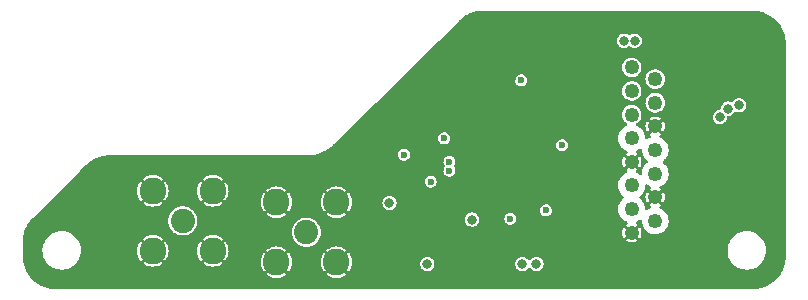
<source format=gbr>
%TF.GenerationSoftware,KiCad,Pcbnew,(6.0.5-0)*%
%TF.CreationDate,2024-08-15T15:02:19-04:00*%
%TF.ProjectId,SDTV2CSI,53445456-3243-4534-992e-6b696361645f,rev?*%
%TF.SameCoordinates,Original*%
%TF.FileFunction,Copper,L2,Inr*%
%TF.FilePolarity,Positive*%
%FSLAX46Y46*%
G04 Gerber Fmt 4.6, Leading zero omitted, Abs format (unit mm)*
G04 Created by KiCad (PCBNEW (6.0.5-0)) date 2024-08-15 15:02:19*
%MOMM*%
%LPD*%
G01*
G04 APERTURE LIST*
%TA.AperFunction,ComponentPad*%
%ADD10C,1.250000*%
%TD*%
%TA.AperFunction,ComponentPad*%
%ADD11C,2.050000*%
%TD*%
%TA.AperFunction,ComponentPad*%
%ADD12C,2.250000*%
%TD*%
%TA.AperFunction,ViaPad*%
%ADD13C,0.600000*%
%TD*%
%TA.AperFunction,ViaPad*%
%ADD14C,0.800000*%
%TD*%
G04 APERTURE END LIST*
D10*
%TO.N,GND*%
%TO.C,J3*%
X150500000Y-68000000D03*
%TO.N,CD0-*%
X152500000Y-67000000D03*
%TO.N,CD0+*%
X150500000Y-66000000D03*
%TO.N,GND*%
X152500000Y-65000000D03*
%TO.N,CD1-*%
X150500000Y-64000000D03*
%TO.N,CD1+*%
X152500000Y-63000000D03*
%TO.N,GND*%
X150500000Y-62000000D03*
%TO.N,CLK-*%
X152500000Y-61000000D03*
%TO.N,CLK+*%
X150500000Y-60000000D03*
%TO.N,GND*%
X152500000Y-59000000D03*
%TO.N,PWR_EN*%
X150500000Y-57999998D03*
%TO.N,LED_EN*%
X152500000Y-57000000D03*
%TO.N,SCL*%
X150500000Y-56000000D03*
%TO.N,SDA*%
X152500000Y-55000000D03*
%TO.N,+3V3*%
X150500000Y-54000000D03*
%TD*%
D11*
%TO.N,video_in2*%
%TO.C,J2*%
X122960000Y-67960000D03*
D12*
%TO.N,GND*%
X120420000Y-65420000D03*
X125500000Y-70500000D03*
X125500000Y-65420000D03*
X120420000Y-70500000D03*
%TD*%
D11*
%TO.N,video_in1*%
%TO.C,J1*%
X112500000Y-67000000D03*
D12*
%TO.N,GND*%
X109960000Y-64460000D03*
X109960000Y-69540000D03*
X115040000Y-64460000D03*
X115040000Y-69540000D03*
%TD*%
D13*
%TO.N,GND*%
X147930000Y-56800000D03*
X157250000Y-50500000D03*
X130820000Y-68940000D03*
D14*
X99800000Y-67930000D03*
X159650000Y-54750000D03*
D13*
X145420000Y-60440000D03*
X148940000Y-50740000D03*
D14*
X136000000Y-51250000D03*
X161200000Y-53670000D03*
D13*
X139190000Y-68320000D03*
D14*
X135190000Y-66750000D03*
D13*
X141600000Y-58530000D03*
D14*
X134750000Y-55750000D03*
D13*
X133670000Y-68930000D03*
D14*
X132410000Y-56340000D03*
X158320000Y-70240000D03*
D13*
X145860000Y-66480000D03*
D14*
X134600000Y-58990000D03*
X142230000Y-63990000D03*
X156500000Y-55600000D03*
D13*
X128595000Y-63440000D03*
X141845000Y-68060000D03*
D14*
X147600000Y-58650000D03*
D13*
X144695000Y-68070000D03*
D14*
X160860000Y-67480000D03*
X161200000Y-50480000D03*
X105360000Y-62460000D03*
D13*
X144500000Y-62890000D03*
D14*
X162380000Y-71690000D03*
X137200000Y-50650000D03*
D13*
X130820000Y-68060000D03*
X139180000Y-71170000D03*
X153930000Y-53170000D03*
X128595000Y-62560000D03*
X144000000Y-50720000D03*
X143750000Y-52702300D03*
X149150000Y-54340000D03*
X132750000Y-64170000D03*
X131445000Y-63430000D03*
X133670000Y-68070000D03*
X138170000Y-55560000D03*
X144670000Y-56120000D03*
D14*
X100460000Y-71770000D03*
X152975000Y-69100000D03*
X156590000Y-65490000D03*
X131280000Y-65180000D03*
D13*
X141845000Y-68940000D03*
X153060000Y-50320000D03*
X148750000Y-58175000D03*
D14*
X162500000Y-58500000D03*
D13*
X131445000Y-62570000D03*
D14*
X136450000Y-67820000D03*
D13*
X153530000Y-62000000D03*
X153070000Y-53170000D03*
X139410000Y-56080000D03*
D14*
X131620000Y-72350000D03*
D13*
X142390000Y-55630000D03*
X141710000Y-54550000D03*
X144695000Y-68930000D03*
D14*
X124230000Y-61810000D03*
X145120000Y-58660000D03*
X135800000Y-64100000D03*
D13*
X153940000Y-50320000D03*
X138310000Y-68320000D03*
D14*
X161450000Y-57240000D03*
X142050000Y-53170000D03*
X161450000Y-59760000D03*
X145860000Y-64110000D03*
D13*
X144790000Y-59760000D03*
D14*
X128990000Y-66150000D03*
X162230000Y-51750000D03*
X148880000Y-64110000D03*
D13*
X138320000Y-71170000D03*
X122850000Y-64090000D03*
X147660000Y-67330000D03*
X147890000Y-52702300D03*
X149280000Y-55610000D03*
D14*
%TO.N,+1V8*%
X159600000Y-57200000D03*
X158650000Y-57500000D03*
X157975000Y-58225000D03*
X141250000Y-70650000D03*
X142440000Y-70650000D03*
X133200000Y-70650000D03*
X130000000Y-65500000D03*
D13*
%TO.N,PWR_EN*%
X134630000Y-60000000D03*
%TO.N,SCL*%
X135080000Y-62752300D03*
%TO.N,SDA*%
X135080000Y-62000000D03*
%TO.N,DVDDIO*%
X140240000Y-66820000D03*
X133490000Y-63680000D03*
D14*
X150750000Y-51750000D03*
X136980000Y-66890000D03*
X149850000Y-51750000D03*
D13*
%TO.N,MVDD*%
X143250000Y-66110000D03*
X144610000Y-60590000D03*
%TO.N,PVDD*%
X131220000Y-61400000D03*
X141156787Y-55106787D03*
%TD*%
%TA.AperFunction,Conductor*%
%TO.N,GND*%
G36*
X160730612Y-49205750D02*
G01*
X160735806Y-49205759D01*
X160749635Y-49208939D01*
X160763474Y-49205807D01*
X160777665Y-49205832D01*
X160777664Y-49206402D01*
X160785899Y-49205716D01*
X160914933Y-49212963D01*
X161056025Y-49220886D01*
X161070057Y-49222467D01*
X161217661Y-49247546D01*
X161365259Y-49272624D01*
X161379034Y-49275768D01*
X161469034Y-49301696D01*
X161666770Y-49358663D01*
X161680089Y-49363324D01*
X161956736Y-49477915D01*
X161969459Y-49484042D01*
X162054834Y-49531227D01*
X162231525Y-49628881D01*
X162243489Y-49636398D01*
X162487696Y-49809672D01*
X162498742Y-49818482D01*
X162722006Y-50018002D01*
X162731998Y-50027994D01*
X162931518Y-50251258D01*
X162940328Y-50262304D01*
X163113602Y-50506511D01*
X163121119Y-50518475D01*
X163265956Y-50780537D01*
X163272085Y-50793264D01*
X163386676Y-51069911D01*
X163391337Y-51083230D01*
X163446727Y-51275493D01*
X163474232Y-51370966D01*
X163477376Y-51384741D01*
X163524937Y-51664663D01*
X163527532Y-51679938D01*
X163529114Y-51693975D01*
X163541539Y-51915227D01*
X163544252Y-51963534D01*
X163543563Y-51971618D01*
X163544266Y-51971619D01*
X163544241Y-51985805D01*
X163541061Y-51999635D01*
X163544193Y-52013476D01*
X163544185Y-52017936D01*
X163546300Y-52036865D01*
X163546300Y-69962553D01*
X163544250Y-69980612D01*
X163544241Y-69985806D01*
X163541061Y-69999635D01*
X163544193Y-70013474D01*
X163544168Y-70027665D01*
X163543598Y-70027664D01*
X163544284Y-70035899D01*
X163539411Y-70122669D01*
X163530915Y-70273958D01*
X163529114Y-70306021D01*
X163527533Y-70320057D01*
X163518505Y-70373190D01*
X163477376Y-70615259D01*
X163474232Y-70629034D01*
X163391337Y-70916770D01*
X163386676Y-70930089D01*
X163290758Y-71161656D01*
X163272087Y-71206732D01*
X163265958Y-71219459D01*
X163244155Y-71258909D01*
X163121119Y-71481525D01*
X163113602Y-71493489D01*
X162940328Y-71737696D01*
X162931518Y-71748742D01*
X162731998Y-71972006D01*
X162722006Y-71981998D01*
X162498742Y-72181518D01*
X162487696Y-72190328D01*
X162243489Y-72363602D01*
X162231525Y-72371119D01*
X162080752Y-72454449D01*
X161969459Y-72515958D01*
X161956736Y-72522085D01*
X161680089Y-72636676D01*
X161666770Y-72641337D01*
X161469034Y-72698304D01*
X161379034Y-72724232D01*
X161365259Y-72727376D01*
X161217660Y-72752454D01*
X161070057Y-72777533D01*
X161056025Y-72779114D01*
X160786465Y-72794252D01*
X160778382Y-72793563D01*
X160778381Y-72794266D01*
X160764195Y-72794241D01*
X160750365Y-72791061D01*
X160736524Y-72794193D01*
X160732064Y-72794185D01*
X160713135Y-72796300D01*
X101787447Y-72796300D01*
X101769388Y-72794250D01*
X101764194Y-72794241D01*
X101750365Y-72791061D01*
X101736526Y-72794193D01*
X101722335Y-72794168D01*
X101722336Y-72793598D01*
X101714101Y-72794284D01*
X101585067Y-72787037D01*
X101443975Y-72779114D01*
X101429943Y-72777533D01*
X101282339Y-72752454D01*
X101134741Y-72727376D01*
X101120966Y-72724232D01*
X101030966Y-72698304D01*
X100833230Y-72641337D01*
X100819911Y-72636676D01*
X100543264Y-72522085D01*
X100530541Y-72515958D01*
X100419248Y-72454449D01*
X100268475Y-72371119D01*
X100256511Y-72363602D01*
X100012304Y-72190328D01*
X100001258Y-72181518D01*
X99777994Y-71981998D01*
X99768002Y-71972006D01*
X99568482Y-71748742D01*
X99559672Y-71737696D01*
X99409890Y-71526598D01*
X119578351Y-71526598D01*
X119587648Y-71538614D01*
X119748858Y-71651494D01*
X119758344Y-71656972D01*
X119959011Y-71750545D01*
X119969303Y-71754291D01*
X120183166Y-71811595D01*
X120193958Y-71813498D01*
X120414525Y-71832795D01*
X120425475Y-71832795D01*
X120646042Y-71813498D01*
X120656834Y-71811595D01*
X120870697Y-71754291D01*
X120880989Y-71750545D01*
X121081656Y-71656972D01*
X121091142Y-71651494D01*
X121253190Y-71538028D01*
X121261565Y-71527550D01*
X121261065Y-71526598D01*
X124658351Y-71526598D01*
X124667648Y-71538614D01*
X124828858Y-71651494D01*
X124838344Y-71656972D01*
X125039011Y-71750545D01*
X125049303Y-71754291D01*
X125263166Y-71811595D01*
X125273958Y-71813498D01*
X125494525Y-71832795D01*
X125505475Y-71832795D01*
X125726042Y-71813498D01*
X125736834Y-71811595D01*
X125950697Y-71754291D01*
X125960989Y-71750545D01*
X126161656Y-71656972D01*
X126171142Y-71651494D01*
X126333190Y-71538028D01*
X126341565Y-71527550D01*
X126334497Y-71514102D01*
X125512812Y-70692417D01*
X125498868Y-70684803D01*
X125497035Y-70684934D01*
X125490420Y-70689185D01*
X124664781Y-71514824D01*
X124658351Y-71526598D01*
X121261065Y-71526598D01*
X121254497Y-71514102D01*
X120432812Y-70692417D01*
X120418868Y-70684803D01*
X120417035Y-70684934D01*
X120410420Y-70689185D01*
X119584781Y-71514824D01*
X119578351Y-71526598D01*
X99409890Y-71526598D01*
X99386398Y-71493489D01*
X99378881Y-71481525D01*
X99255845Y-71258909D01*
X99234042Y-71219459D01*
X99227913Y-71206732D01*
X99209242Y-71161656D01*
X99113324Y-70930089D01*
X99108663Y-70916770D01*
X99025768Y-70629034D01*
X99022624Y-70615259D01*
X98981495Y-70373190D01*
X98972467Y-70320057D01*
X98970886Y-70306021D01*
X98970742Y-70303459D01*
X98955764Y-70036750D01*
X98957655Y-70014908D01*
X98956511Y-70014776D01*
X98957327Y-70007678D01*
X98958938Y-70000729D01*
X98958939Y-70000000D01*
X98956854Y-69990861D01*
X98953700Y-69962846D01*
X98953700Y-69500000D01*
X100619474Y-69500000D01*
X100639548Y-69755070D01*
X100640702Y-69759877D01*
X100640703Y-69759883D01*
X100678147Y-69915843D01*
X100699278Y-70003860D01*
X100701171Y-70008431D01*
X100701172Y-70008433D01*
X100786492Y-70214413D01*
X100797191Y-70240243D01*
X100930877Y-70458399D01*
X101097044Y-70652956D01*
X101291601Y-70819123D01*
X101509757Y-70952809D01*
X101514327Y-70954702D01*
X101514331Y-70954704D01*
X101615335Y-70996541D01*
X101746140Y-71050722D01*
X101834157Y-71071853D01*
X101990117Y-71109297D01*
X101990123Y-71109298D01*
X101994930Y-71110452D01*
X102083569Y-71117428D01*
X102183680Y-71125307D01*
X102183689Y-71125307D01*
X102186137Y-71125500D01*
X102313863Y-71125500D01*
X102316311Y-71125307D01*
X102316320Y-71125307D01*
X102416431Y-71117428D01*
X102505070Y-71110452D01*
X102509877Y-71109298D01*
X102509883Y-71109297D01*
X102665843Y-71071853D01*
X102753860Y-71050722D01*
X102884665Y-70996541D01*
X102985669Y-70954704D01*
X102985673Y-70954702D01*
X102990243Y-70952809D01*
X103208399Y-70819123D01*
X103402956Y-70652956D01*
X103476713Y-70566598D01*
X109118351Y-70566598D01*
X109127648Y-70578614D01*
X109288858Y-70691494D01*
X109298344Y-70696972D01*
X109499011Y-70790545D01*
X109509303Y-70794291D01*
X109723166Y-70851595D01*
X109733958Y-70853498D01*
X109954525Y-70872795D01*
X109965475Y-70872795D01*
X110186042Y-70853498D01*
X110196834Y-70851595D01*
X110410697Y-70794291D01*
X110420989Y-70790545D01*
X110621656Y-70696972D01*
X110631142Y-70691494D01*
X110793190Y-70578028D01*
X110801565Y-70567550D01*
X110801065Y-70566598D01*
X114198351Y-70566598D01*
X114207648Y-70578614D01*
X114368858Y-70691494D01*
X114378344Y-70696972D01*
X114579011Y-70790545D01*
X114589303Y-70794291D01*
X114803166Y-70851595D01*
X114813958Y-70853498D01*
X115034525Y-70872795D01*
X115045475Y-70872795D01*
X115266042Y-70853498D01*
X115276834Y-70851595D01*
X115490697Y-70794291D01*
X115500989Y-70790545D01*
X115701656Y-70696972D01*
X115711142Y-70691494D01*
X115873190Y-70578028D01*
X115881565Y-70567550D01*
X115874497Y-70554102D01*
X115825870Y-70505475D01*
X119087205Y-70505475D01*
X119106502Y-70726042D01*
X119108405Y-70736834D01*
X119165709Y-70950697D01*
X119169455Y-70960989D01*
X119263028Y-71161656D01*
X119268506Y-71171142D01*
X119381972Y-71333190D01*
X119392450Y-71341565D01*
X119405898Y-71334497D01*
X120227583Y-70512812D01*
X120233961Y-70501132D01*
X120604803Y-70501132D01*
X120604934Y-70502965D01*
X120609185Y-70509580D01*
X121434824Y-71335219D01*
X121446598Y-71341649D01*
X121458614Y-71332352D01*
X121571494Y-71171142D01*
X121576972Y-71161656D01*
X121670545Y-70960989D01*
X121674291Y-70950697D01*
X121731595Y-70736834D01*
X121733498Y-70726042D01*
X121752795Y-70505475D01*
X124167205Y-70505475D01*
X124186502Y-70726042D01*
X124188405Y-70736834D01*
X124245709Y-70950697D01*
X124249455Y-70960989D01*
X124343028Y-71161656D01*
X124348506Y-71171142D01*
X124461972Y-71333190D01*
X124472450Y-71341565D01*
X124485898Y-71334497D01*
X125307583Y-70512812D01*
X125313961Y-70501132D01*
X125684803Y-70501132D01*
X125684934Y-70502965D01*
X125689185Y-70509580D01*
X126514824Y-71335219D01*
X126526598Y-71341649D01*
X126538614Y-71332352D01*
X126651494Y-71171142D01*
X126656972Y-71161656D01*
X126750545Y-70960989D01*
X126754291Y-70950697D01*
X126811595Y-70736834D01*
X126813498Y-70726042D01*
X126820151Y-70650000D01*
X132591091Y-70650000D01*
X132611839Y-70807597D01*
X132614998Y-70815224D01*
X132614999Y-70815227D01*
X132630852Y-70853498D01*
X132672669Y-70954454D01*
X132700985Y-70991356D01*
X132746538Y-71050722D01*
X132769436Y-71080564D01*
X132895545Y-71177331D01*
X132966526Y-71206732D01*
X133034773Y-71235001D01*
X133034776Y-71235002D01*
X133042403Y-71238161D01*
X133200000Y-71258909D01*
X133208188Y-71257831D01*
X133349409Y-71239239D01*
X133357597Y-71238161D01*
X133365224Y-71235002D01*
X133365227Y-71235001D01*
X133433474Y-71206732D01*
X133504455Y-71177331D01*
X133630564Y-71080564D01*
X133653463Y-71050722D01*
X133699015Y-70991356D01*
X133727331Y-70954454D01*
X133769148Y-70853498D01*
X133785001Y-70815227D01*
X133785002Y-70815224D01*
X133788161Y-70807597D01*
X133808909Y-70650000D01*
X140641091Y-70650000D01*
X140661839Y-70807597D01*
X140664998Y-70815224D01*
X140664999Y-70815227D01*
X140680852Y-70853498D01*
X140722669Y-70954454D01*
X140750985Y-70991356D01*
X140796538Y-71050722D01*
X140819436Y-71080564D01*
X140945545Y-71177331D01*
X141016526Y-71206732D01*
X141084773Y-71235001D01*
X141084776Y-71235002D01*
X141092403Y-71238161D01*
X141250000Y-71258909D01*
X141258188Y-71257831D01*
X141399409Y-71239239D01*
X141407597Y-71238161D01*
X141415224Y-71235002D01*
X141415227Y-71235001D01*
X141483474Y-71206732D01*
X141554455Y-71177331D01*
X141680564Y-71080564D01*
X141702576Y-71051877D01*
X141745037Y-70996541D01*
X141802375Y-70954674D01*
X141873246Y-70950452D01*
X141935149Y-70985216D01*
X141944963Y-70996541D01*
X141987424Y-71051877D01*
X142009436Y-71080564D01*
X142135545Y-71177331D01*
X142206526Y-71206732D01*
X142274773Y-71235001D01*
X142274776Y-71235002D01*
X142282403Y-71238161D01*
X142440000Y-71258909D01*
X142448188Y-71257831D01*
X142589409Y-71239239D01*
X142597597Y-71238161D01*
X142605224Y-71235002D01*
X142605227Y-71235001D01*
X142673474Y-71206732D01*
X142744455Y-71177331D01*
X142870564Y-71080564D01*
X142893463Y-71050722D01*
X142939015Y-70991356D01*
X142967331Y-70954454D01*
X143009148Y-70853498D01*
X143025001Y-70815227D01*
X143025002Y-70815224D01*
X143028161Y-70807597D01*
X143048909Y-70650000D01*
X143028161Y-70492403D01*
X143012330Y-70454182D01*
X142982285Y-70381649D01*
X142967331Y-70345546D01*
X142870564Y-70219436D01*
X142744455Y-70122669D01*
X142671026Y-70092254D01*
X142605227Y-70064999D01*
X142605224Y-70064998D01*
X142597597Y-70061839D01*
X142440000Y-70041091D01*
X142282403Y-70061839D01*
X142274776Y-70064998D01*
X142274773Y-70064999D01*
X142208974Y-70092254D01*
X142135546Y-70122669D01*
X142009436Y-70219436D01*
X142004413Y-70225982D01*
X141944963Y-70303459D01*
X141887625Y-70345326D01*
X141816754Y-70349548D01*
X141754851Y-70314784D01*
X141745037Y-70303459D01*
X141685591Y-70225987D01*
X141685590Y-70225986D01*
X141680564Y-70219436D01*
X141554455Y-70122669D01*
X141481026Y-70092254D01*
X141415227Y-70064999D01*
X141415224Y-70064998D01*
X141407597Y-70061839D01*
X141250000Y-70041091D01*
X141092403Y-70061839D01*
X141084776Y-70064998D01*
X141084773Y-70064999D01*
X141018974Y-70092254D01*
X140945546Y-70122669D01*
X140819436Y-70219436D01*
X140722669Y-70345546D01*
X140707715Y-70381649D01*
X140677671Y-70454182D01*
X140661839Y-70492403D01*
X140641091Y-70650000D01*
X133808909Y-70650000D01*
X133788161Y-70492403D01*
X133772330Y-70454182D01*
X133742285Y-70381649D01*
X133727331Y-70345546D01*
X133630564Y-70219436D01*
X133504455Y-70122669D01*
X133431026Y-70092254D01*
X133365227Y-70064999D01*
X133365224Y-70064998D01*
X133357597Y-70061839D01*
X133200000Y-70041091D01*
X133042403Y-70061839D01*
X133034776Y-70064998D01*
X133034773Y-70064999D01*
X132968974Y-70092254D01*
X132895546Y-70122669D01*
X132769436Y-70219436D01*
X132672669Y-70345546D01*
X132657715Y-70381649D01*
X132627671Y-70454182D01*
X132611839Y-70492403D01*
X132591091Y-70650000D01*
X126820151Y-70650000D01*
X126832795Y-70505475D01*
X126832795Y-70494525D01*
X126813498Y-70273958D01*
X126811595Y-70263166D01*
X126754291Y-70049303D01*
X126750545Y-70039011D01*
X126656972Y-69838344D01*
X126651494Y-69828858D01*
X126538028Y-69666810D01*
X126527550Y-69658435D01*
X126514102Y-69665503D01*
X125692417Y-70487188D01*
X125684803Y-70501132D01*
X125313961Y-70501132D01*
X125315197Y-70498868D01*
X125315066Y-70497035D01*
X125310815Y-70490420D01*
X124485176Y-69664781D01*
X124473402Y-69658351D01*
X124461386Y-69667648D01*
X124348506Y-69828858D01*
X124343028Y-69838344D01*
X124249455Y-70039011D01*
X124245709Y-70049303D01*
X124188405Y-70263166D01*
X124186502Y-70273958D01*
X124167205Y-70494525D01*
X124167205Y-70505475D01*
X121752795Y-70505475D01*
X121752795Y-70494525D01*
X121733498Y-70273958D01*
X121731595Y-70263166D01*
X121674291Y-70049303D01*
X121670545Y-70039011D01*
X121576972Y-69838344D01*
X121571494Y-69828858D01*
X121458028Y-69666810D01*
X121447550Y-69658435D01*
X121434102Y-69665503D01*
X120612417Y-70487188D01*
X120604803Y-70501132D01*
X120233961Y-70501132D01*
X120235197Y-70498868D01*
X120235066Y-70497035D01*
X120230815Y-70490420D01*
X119405176Y-69664781D01*
X119393402Y-69658351D01*
X119381386Y-69667648D01*
X119268506Y-69828858D01*
X119263028Y-69838344D01*
X119169455Y-70039011D01*
X119165709Y-70049303D01*
X119108405Y-70263166D01*
X119106502Y-70273958D01*
X119087205Y-70494525D01*
X119087205Y-70505475D01*
X115825870Y-70505475D01*
X115052812Y-69732417D01*
X115038868Y-69724803D01*
X115037035Y-69724934D01*
X115030420Y-69729185D01*
X114204781Y-70554824D01*
X114198351Y-70566598D01*
X110801065Y-70566598D01*
X110794497Y-70554102D01*
X109972812Y-69732417D01*
X109958868Y-69724803D01*
X109957035Y-69724934D01*
X109950420Y-69729185D01*
X109124781Y-70554824D01*
X109118351Y-70566598D01*
X103476713Y-70566598D01*
X103569123Y-70458399D01*
X103702809Y-70240243D01*
X103713509Y-70214413D01*
X103798828Y-70008433D01*
X103798829Y-70008431D01*
X103800722Y-70003860D01*
X103821853Y-69915843D01*
X103859297Y-69759883D01*
X103859298Y-69759877D01*
X103860452Y-69755070D01*
X103876947Y-69545475D01*
X108627205Y-69545475D01*
X108646502Y-69766042D01*
X108648405Y-69776834D01*
X108705709Y-69990697D01*
X108709455Y-70000989D01*
X108803028Y-70201656D01*
X108808506Y-70211142D01*
X108921972Y-70373190D01*
X108932450Y-70381565D01*
X108945898Y-70374497D01*
X109767583Y-69552812D01*
X109773961Y-69541132D01*
X110144803Y-69541132D01*
X110144934Y-69542965D01*
X110149185Y-69549580D01*
X110974824Y-70375219D01*
X110986598Y-70381649D01*
X110998614Y-70372352D01*
X111111494Y-70211142D01*
X111116972Y-70201656D01*
X111210545Y-70000989D01*
X111214291Y-69990697D01*
X111271595Y-69776834D01*
X111273498Y-69766042D01*
X111292795Y-69545475D01*
X113707205Y-69545475D01*
X113726502Y-69766042D01*
X113728405Y-69776834D01*
X113785709Y-69990697D01*
X113789455Y-70000989D01*
X113883028Y-70201656D01*
X113888506Y-70211142D01*
X114001972Y-70373190D01*
X114012450Y-70381565D01*
X114025898Y-70374497D01*
X114847583Y-69552812D01*
X114853961Y-69541132D01*
X115224803Y-69541132D01*
X115224934Y-69542965D01*
X115229185Y-69549580D01*
X116054824Y-70375219D01*
X116066598Y-70381649D01*
X116078614Y-70372352D01*
X116191494Y-70211142D01*
X116196972Y-70201656D01*
X116290545Y-70000989D01*
X116294291Y-69990697D01*
X116351595Y-69776834D01*
X116353498Y-69766042D01*
X116372795Y-69545475D01*
X116372795Y-69534525D01*
X116367364Y-69472450D01*
X119578435Y-69472450D01*
X119585503Y-69485898D01*
X120407188Y-70307583D01*
X120421132Y-70315197D01*
X120422965Y-70315066D01*
X120429580Y-70310815D01*
X121255219Y-69485176D01*
X121261649Y-69473402D01*
X121260912Y-69472450D01*
X124658435Y-69472450D01*
X124665503Y-69485898D01*
X125487188Y-70307583D01*
X125501132Y-70315197D01*
X125502965Y-70315066D01*
X125509580Y-70310815D01*
X126320395Y-69500000D01*
X158619474Y-69500000D01*
X158639548Y-69755070D01*
X158640702Y-69759877D01*
X158640703Y-69759883D01*
X158678147Y-69915843D01*
X158699278Y-70003860D01*
X158701171Y-70008431D01*
X158701172Y-70008433D01*
X158786492Y-70214413D01*
X158797191Y-70240243D01*
X158930877Y-70458399D01*
X159097044Y-70652956D01*
X159291601Y-70819123D01*
X159509757Y-70952809D01*
X159514327Y-70954702D01*
X159514331Y-70954704D01*
X159615335Y-70996541D01*
X159746140Y-71050722D01*
X159834157Y-71071853D01*
X159990117Y-71109297D01*
X159990123Y-71109298D01*
X159994930Y-71110452D01*
X160083569Y-71117428D01*
X160183680Y-71125307D01*
X160183689Y-71125307D01*
X160186137Y-71125500D01*
X160313863Y-71125500D01*
X160316311Y-71125307D01*
X160316320Y-71125307D01*
X160416431Y-71117428D01*
X160505070Y-71110452D01*
X160509877Y-71109298D01*
X160509883Y-71109297D01*
X160665843Y-71071853D01*
X160753860Y-71050722D01*
X160884665Y-70996541D01*
X160985669Y-70954704D01*
X160985673Y-70954702D01*
X160990243Y-70952809D01*
X161208399Y-70819123D01*
X161402956Y-70652956D01*
X161569123Y-70458399D01*
X161702809Y-70240243D01*
X161713509Y-70214413D01*
X161798828Y-70008433D01*
X161798829Y-70008431D01*
X161800722Y-70003860D01*
X161821853Y-69915843D01*
X161859297Y-69759883D01*
X161859298Y-69759877D01*
X161860452Y-69755070D01*
X161880526Y-69500000D01*
X161860452Y-69244930D01*
X161859298Y-69240123D01*
X161859297Y-69240117D01*
X161801877Y-69000952D01*
X161800722Y-68996140D01*
X161798828Y-68991567D01*
X161704704Y-68764331D01*
X161704702Y-68764327D01*
X161702809Y-68759757D01*
X161569123Y-68541601D01*
X161402956Y-68347044D01*
X161208399Y-68180877D01*
X160990243Y-68047191D01*
X160985673Y-68045298D01*
X160985669Y-68045296D01*
X160758433Y-67951172D01*
X160758431Y-67951171D01*
X160753860Y-67949278D01*
X160665843Y-67928147D01*
X160509883Y-67890703D01*
X160509877Y-67890702D01*
X160505070Y-67889548D01*
X160416431Y-67882572D01*
X160316320Y-67874693D01*
X160316311Y-67874693D01*
X160313863Y-67874500D01*
X160186137Y-67874500D01*
X160183689Y-67874693D01*
X160183680Y-67874693D01*
X160083569Y-67882572D01*
X159994930Y-67889548D01*
X159990123Y-67890702D01*
X159990117Y-67890703D01*
X159834157Y-67928147D01*
X159746140Y-67949278D01*
X159741569Y-67951171D01*
X159741567Y-67951172D01*
X159514331Y-68045296D01*
X159514327Y-68045298D01*
X159509757Y-68047191D01*
X159291601Y-68180877D01*
X159097044Y-68347044D01*
X158930877Y-68541601D01*
X158797191Y-68759757D01*
X158795298Y-68764327D01*
X158795296Y-68764331D01*
X158701172Y-68991567D01*
X158699278Y-68996140D01*
X158698123Y-69000952D01*
X158640703Y-69240117D01*
X158640702Y-69240123D01*
X158639548Y-69244930D01*
X158619474Y-69500000D01*
X126320395Y-69500000D01*
X126335219Y-69485176D01*
X126341649Y-69473402D01*
X126332352Y-69461386D01*
X126171142Y-69348506D01*
X126161656Y-69343028D01*
X125960989Y-69249455D01*
X125950697Y-69245709D01*
X125736834Y-69188405D01*
X125726042Y-69186502D01*
X125505475Y-69167205D01*
X125494525Y-69167205D01*
X125273958Y-69186502D01*
X125263166Y-69188405D01*
X125049303Y-69245709D01*
X125039011Y-69249455D01*
X124838344Y-69343028D01*
X124828858Y-69348506D01*
X124666810Y-69461972D01*
X124658435Y-69472450D01*
X121260912Y-69472450D01*
X121252352Y-69461386D01*
X121091142Y-69348506D01*
X121081656Y-69343028D01*
X120880989Y-69249455D01*
X120870697Y-69245709D01*
X120656834Y-69188405D01*
X120646042Y-69186502D01*
X120425475Y-69167205D01*
X120414525Y-69167205D01*
X120193958Y-69186502D01*
X120183166Y-69188405D01*
X119969303Y-69245709D01*
X119959011Y-69249455D01*
X119758344Y-69343028D01*
X119748858Y-69348506D01*
X119586810Y-69461972D01*
X119578435Y-69472450D01*
X116367364Y-69472450D01*
X116353498Y-69313958D01*
X116351595Y-69303166D01*
X116294291Y-69089303D01*
X116290545Y-69079011D01*
X116196972Y-68878344D01*
X116191494Y-68868858D01*
X116078028Y-68706810D01*
X116067550Y-68698435D01*
X116054102Y-68705503D01*
X115232417Y-69527188D01*
X115224803Y-69541132D01*
X114853961Y-69541132D01*
X114855197Y-69538868D01*
X114855066Y-69537035D01*
X114850815Y-69530420D01*
X114025176Y-68704781D01*
X114013402Y-68698351D01*
X114001386Y-68707648D01*
X113888506Y-68868858D01*
X113883028Y-68878344D01*
X113789455Y-69079011D01*
X113785709Y-69089303D01*
X113728405Y-69303166D01*
X113726502Y-69313958D01*
X113707205Y-69534525D01*
X113707205Y-69545475D01*
X111292795Y-69545475D01*
X111292795Y-69534525D01*
X111273498Y-69313958D01*
X111271595Y-69303166D01*
X111214291Y-69089303D01*
X111210545Y-69079011D01*
X111116972Y-68878344D01*
X111111494Y-68868858D01*
X110998028Y-68706810D01*
X110987550Y-68698435D01*
X110974102Y-68705503D01*
X110152417Y-69527188D01*
X110144803Y-69541132D01*
X109773961Y-69541132D01*
X109775197Y-69538868D01*
X109775066Y-69537035D01*
X109770815Y-69530420D01*
X108945176Y-68704781D01*
X108933402Y-68698351D01*
X108921386Y-68707648D01*
X108808506Y-68868858D01*
X108803028Y-68878344D01*
X108709455Y-69079011D01*
X108705709Y-69089303D01*
X108648405Y-69303166D01*
X108646502Y-69313958D01*
X108627205Y-69534525D01*
X108627205Y-69545475D01*
X103876947Y-69545475D01*
X103880526Y-69500000D01*
X103860452Y-69244930D01*
X103859298Y-69240123D01*
X103859297Y-69240117D01*
X103801877Y-69000952D01*
X103800722Y-68996140D01*
X103798828Y-68991567D01*
X103704704Y-68764331D01*
X103704702Y-68764327D01*
X103702809Y-68759757D01*
X103569123Y-68541601D01*
X103544226Y-68512450D01*
X109118435Y-68512450D01*
X109125503Y-68525898D01*
X109947188Y-69347583D01*
X109961132Y-69355197D01*
X109962965Y-69355066D01*
X109969580Y-69350815D01*
X110795219Y-68525176D01*
X110801649Y-68513402D01*
X110800912Y-68512450D01*
X114198435Y-68512450D01*
X114205503Y-68525898D01*
X115027188Y-69347583D01*
X115041132Y-69355197D01*
X115042965Y-69355066D01*
X115049580Y-69350815D01*
X115875219Y-68525176D01*
X115881649Y-68513402D01*
X115872352Y-68501386D01*
X115711142Y-68388506D01*
X115701656Y-68383028D01*
X115500989Y-68289455D01*
X115490697Y-68285709D01*
X115276834Y-68228405D01*
X115266042Y-68226502D01*
X115045475Y-68207205D01*
X115034525Y-68207205D01*
X114813958Y-68226502D01*
X114803166Y-68228405D01*
X114589303Y-68285709D01*
X114579011Y-68289455D01*
X114378344Y-68383028D01*
X114368858Y-68388506D01*
X114206810Y-68501972D01*
X114198435Y-68512450D01*
X110800912Y-68512450D01*
X110792352Y-68501386D01*
X110631142Y-68388506D01*
X110621656Y-68383028D01*
X110420989Y-68289455D01*
X110410697Y-68285709D01*
X110196834Y-68228405D01*
X110186042Y-68226502D01*
X109965475Y-68207205D01*
X109954525Y-68207205D01*
X109733958Y-68226502D01*
X109723166Y-68228405D01*
X109509303Y-68285709D01*
X109499011Y-68289455D01*
X109298344Y-68383028D01*
X109288858Y-68388506D01*
X109126810Y-68501972D01*
X109118435Y-68512450D01*
X103544226Y-68512450D01*
X103402956Y-68347044D01*
X103208399Y-68180877D01*
X102990243Y-68047191D01*
X102985673Y-68045298D01*
X102985669Y-68045296D01*
X102758433Y-67951172D01*
X102758431Y-67951171D01*
X102753860Y-67949278D01*
X102665843Y-67928147D01*
X102509883Y-67890703D01*
X102509877Y-67890702D01*
X102505070Y-67889548D01*
X102416431Y-67882572D01*
X102316320Y-67874693D01*
X102316311Y-67874693D01*
X102313863Y-67874500D01*
X102186137Y-67874500D01*
X102183689Y-67874693D01*
X102183680Y-67874693D01*
X102083569Y-67882572D01*
X101994930Y-67889548D01*
X101990123Y-67890702D01*
X101990117Y-67890703D01*
X101834157Y-67928147D01*
X101746140Y-67949278D01*
X101741569Y-67951171D01*
X101741567Y-67951172D01*
X101514331Y-68045296D01*
X101514327Y-68045298D01*
X101509757Y-68047191D01*
X101291601Y-68180877D01*
X101097044Y-68347044D01*
X100930877Y-68541601D01*
X100797191Y-68759757D01*
X100795298Y-68764327D01*
X100795296Y-68764331D01*
X100701172Y-68991567D01*
X100699278Y-68996140D01*
X100698123Y-69000952D01*
X100640703Y-69240117D01*
X100640702Y-69240123D01*
X100639548Y-69244930D01*
X100619474Y-69500000D01*
X98953700Y-69500000D01*
X98953700Y-68787739D01*
X98956955Y-68759286D01*
X98957326Y-68757686D01*
X98957327Y-68757681D01*
X98958938Y-68750729D01*
X98958939Y-68750000D01*
X98957357Y-68743064D01*
X98956565Y-68735990D01*
X98957418Y-68735895D01*
X98955479Y-68713792D01*
X98965885Y-68501972D01*
X98966861Y-68482093D01*
X98968073Y-68469792D01*
X98973145Y-68435604D01*
X99006522Y-68210593D01*
X99008933Y-68198468D01*
X99013340Y-68180877D01*
X99027676Y-68123641D01*
X99072604Y-67944283D01*
X99076193Y-67932451D01*
X99164471Y-67685730D01*
X99169203Y-67674306D01*
X99281238Y-67437428D01*
X99287067Y-67426523D01*
X99421782Y-67201765D01*
X99428652Y-67191484D01*
X99570666Y-67000000D01*
X111266607Y-67000000D01*
X111285345Y-67214176D01*
X111286769Y-67219489D01*
X111286769Y-67219491D01*
X111321280Y-67348285D01*
X111340990Y-67421845D01*
X111343313Y-67426826D01*
X111343313Y-67426827D01*
X111387176Y-67520891D01*
X111431850Y-67616696D01*
X111555166Y-67792810D01*
X111707190Y-67944834D01*
X111711698Y-67947991D01*
X111711701Y-67947993D01*
X111781972Y-67997197D01*
X111883303Y-68068150D01*
X111888287Y-68070474D01*
X112073166Y-68156684D01*
X112073170Y-68156685D01*
X112078155Y-68159010D01*
X112171766Y-68184093D01*
X112280509Y-68213231D01*
X112280511Y-68213231D01*
X112285824Y-68214655D01*
X112500000Y-68233393D01*
X112714176Y-68214655D01*
X112719489Y-68213231D01*
X112719491Y-68213231D01*
X112828234Y-68184093D01*
X112921845Y-68159010D01*
X112926830Y-68156685D01*
X112926834Y-68156684D01*
X113111713Y-68070474D01*
X113116697Y-68068150D01*
X113218028Y-67997197D01*
X113271151Y-67960000D01*
X121726607Y-67960000D01*
X121745345Y-68174176D01*
X121746769Y-68179489D01*
X121746769Y-68179491D01*
X121748228Y-68184934D01*
X121800990Y-68381845D01*
X121803313Y-68386826D01*
X121803313Y-68386827D01*
X121868163Y-68525898D01*
X121891850Y-68576696D01*
X122015166Y-68752810D01*
X122167190Y-68904834D01*
X122171698Y-68907991D01*
X122171701Y-68907993D01*
X122268721Y-68975927D01*
X122343303Y-69028150D01*
X122348287Y-69030474D01*
X122533166Y-69116684D01*
X122533170Y-69116685D01*
X122538155Y-69119010D01*
X122641989Y-69146832D01*
X122740509Y-69173231D01*
X122740511Y-69173231D01*
X122745824Y-69174655D01*
X122960000Y-69193393D01*
X123174176Y-69174655D01*
X123179489Y-69173231D01*
X123179491Y-69173231D01*
X123278011Y-69146832D01*
X123381845Y-69119010D01*
X123386830Y-69116685D01*
X123386834Y-69116684D01*
X123571713Y-69030474D01*
X123576697Y-69028150D01*
X123651279Y-68975927D01*
X123748299Y-68907993D01*
X123748302Y-68907991D01*
X123752810Y-68904834D01*
X123904834Y-68752810D01*
X123964356Y-68667804D01*
X150017299Y-68667804D01*
X150026126Y-68679422D01*
X150078277Y-68717312D01*
X150089649Y-68723878D01*
X150236631Y-68789319D01*
X150249119Y-68793376D01*
X150406496Y-68826828D01*
X150419556Y-68828200D01*
X150580444Y-68828200D01*
X150593504Y-68826828D01*
X150750881Y-68793376D01*
X150763369Y-68789319D01*
X150910351Y-68723878D01*
X150921723Y-68717312D01*
X150974245Y-68679153D01*
X150982668Y-68668230D01*
X150975764Y-68655369D01*
X150512812Y-68192417D01*
X150498868Y-68184803D01*
X150497035Y-68184934D01*
X150490420Y-68189185D01*
X150023912Y-68655693D01*
X150017299Y-68667804D01*
X123964356Y-68667804D01*
X124028150Y-68576696D01*
X124051838Y-68525898D01*
X124116687Y-68386827D01*
X124116687Y-68386826D01*
X124119010Y-68381845D01*
X124171773Y-68184934D01*
X124173231Y-68179491D01*
X124173231Y-68179489D01*
X124174655Y-68174176D01*
X124189319Y-68006565D01*
X149667928Y-68006565D01*
X149684746Y-68166577D01*
X149687476Y-68179420D01*
X149737192Y-68332430D01*
X149742538Y-68344438D01*
X149821880Y-68481862D01*
X149829877Y-68486790D01*
X149829948Y-68486789D01*
X149839239Y-68481156D01*
X150307583Y-68012812D01*
X150313961Y-68001132D01*
X150684803Y-68001132D01*
X150684934Y-68002965D01*
X150689185Y-68009580D01*
X151158714Y-68479109D01*
X151172658Y-68486723D01*
X151172730Y-68486718D01*
X151176975Y-68483831D01*
X151177018Y-68483771D01*
X151257462Y-68344438D01*
X151262808Y-68332430D01*
X151312524Y-68179420D01*
X151315254Y-68166577D01*
X151332072Y-68006565D01*
X151332072Y-67993435D01*
X151315254Y-67833423D01*
X151312524Y-67820580D01*
X151262808Y-67667570D01*
X151257462Y-67655562D01*
X151178120Y-67518138D01*
X151170123Y-67513210D01*
X151170052Y-67513211D01*
X151160761Y-67518844D01*
X150692417Y-67987188D01*
X150684803Y-68001132D01*
X150313961Y-68001132D01*
X150315197Y-67998868D01*
X150315066Y-67997035D01*
X150310815Y-67990420D01*
X149841286Y-67520891D01*
X149827342Y-67513277D01*
X149827270Y-67513282D01*
X149823025Y-67516169D01*
X149822982Y-67516229D01*
X149742538Y-67655562D01*
X149737192Y-67667570D01*
X149687476Y-67820580D01*
X149684746Y-67833423D01*
X149667928Y-67993435D01*
X149667928Y-68006565D01*
X124189319Y-68006565D01*
X124193393Y-67960000D01*
X124174655Y-67745824D01*
X124140055Y-67616696D01*
X124120433Y-67543465D01*
X124120432Y-67543463D01*
X124119010Y-67538155D01*
X124116687Y-67533173D01*
X124030473Y-67348285D01*
X124030471Y-67348282D01*
X124028150Y-67343304D01*
X123904834Y-67167190D01*
X123752810Y-67015166D01*
X123748302Y-67012009D01*
X123748299Y-67012007D01*
X123586047Y-66898397D01*
X123576697Y-66891850D01*
X123572730Y-66890000D01*
X136371091Y-66890000D01*
X136391839Y-67047597D01*
X136394998Y-67055224D01*
X136394999Y-67055227D01*
X136412225Y-67096813D01*
X136452669Y-67194454D01*
X136477108Y-67226304D01*
X136515573Y-67276432D01*
X136549436Y-67320564D01*
X136675545Y-67417331D01*
X136724064Y-67437428D01*
X136814773Y-67475001D01*
X136814776Y-67475002D01*
X136822403Y-67478161D01*
X136980000Y-67498909D01*
X136988188Y-67497831D01*
X137129409Y-67479239D01*
X137137597Y-67478161D01*
X137145224Y-67475002D01*
X137145227Y-67475001D01*
X137235936Y-67437428D01*
X137284455Y-67417331D01*
X137410564Y-67320564D01*
X137444428Y-67276432D01*
X137482892Y-67226304D01*
X137507331Y-67194454D01*
X137547775Y-67096813D01*
X137565001Y-67055227D01*
X137565002Y-67055224D01*
X137568161Y-67047597D01*
X137588909Y-66890000D01*
X137578875Y-66813783D01*
X139731158Y-66813783D01*
X139732322Y-66822685D01*
X139732322Y-66822688D01*
X139748701Y-66947943D01*
X139748702Y-66947947D01*
X139749866Y-66956848D01*
X139807975Y-67088912D01*
X139900815Y-67199358D01*
X139908286Y-67204331D01*
X139908287Y-67204332D01*
X139958813Y-67237965D01*
X140020922Y-67279308D01*
X140158640Y-67322334D01*
X140302898Y-67324978D01*
X140361299Y-67309056D01*
X140433442Y-67289388D01*
X140433444Y-67289387D01*
X140442101Y-67287027D01*
X140565056Y-67211532D01*
X140578700Y-67196459D01*
X140655858Y-67111216D01*
X140661881Y-67104562D01*
X140666135Y-67095783D01*
X140706723Y-67012007D01*
X140724790Y-66974716D01*
X140748728Y-66832433D01*
X140748880Y-66820000D01*
X140728426Y-66677174D01*
X140683786Y-66578995D01*
X140672422Y-66554000D01*
X140672421Y-66553998D01*
X140668707Y-66545830D01*
X140658416Y-66533886D01*
X140580386Y-66443329D01*
X140574525Y-66436527D01*
X140453451Y-66358050D01*
X140315217Y-66316710D01*
X140306241Y-66316655D01*
X140306240Y-66316655D01*
X140246076Y-66316287D01*
X140170937Y-66315828D01*
X140032209Y-66355477D01*
X139910185Y-66432468D01*
X139814674Y-66540613D01*
X139810860Y-66548736D01*
X139810859Y-66548738D01*
X139779760Y-66614978D01*
X139753356Y-66671218D01*
X139751975Y-66680087D01*
X139732788Y-66803316D01*
X139731158Y-66813783D01*
X137578875Y-66813783D01*
X137568161Y-66732403D01*
X137545285Y-66677174D01*
X137519522Y-66614978D01*
X137507331Y-66585546D01*
X137442865Y-66501532D01*
X137415591Y-66465987D01*
X137415590Y-66465986D01*
X137410564Y-66459436D01*
X137284455Y-66362669D01*
X137211026Y-66332254D01*
X137145227Y-66304999D01*
X137145224Y-66304998D01*
X137137597Y-66301839D01*
X136980000Y-66281091D01*
X136822403Y-66301839D01*
X136814776Y-66304998D01*
X136814773Y-66304999D01*
X136780289Y-66319283D01*
X136675546Y-66362669D01*
X136549436Y-66459436D01*
X136452669Y-66585546D01*
X136440478Y-66614978D01*
X136414716Y-66677174D01*
X136391839Y-66732403D01*
X136371091Y-66890000D01*
X123572730Y-66890000D01*
X123549540Y-66879186D01*
X123386834Y-66803316D01*
X123386830Y-66803315D01*
X123381845Y-66800990D01*
X123234590Y-66761533D01*
X123179491Y-66746769D01*
X123179489Y-66746769D01*
X123174176Y-66745345D01*
X122960000Y-66726607D01*
X122745824Y-66745345D01*
X122740511Y-66746769D01*
X122740509Y-66746769D01*
X122543465Y-66799567D01*
X122543463Y-66799568D01*
X122538155Y-66800990D01*
X122533174Y-66803313D01*
X122533173Y-66803313D01*
X122348285Y-66889527D01*
X122348282Y-66889529D01*
X122343304Y-66891850D01*
X122167190Y-67015166D01*
X122015166Y-67167190D01*
X121891850Y-67343304D01*
X121889529Y-67348282D01*
X121889527Y-67348285D01*
X121803313Y-67533173D01*
X121800990Y-67538155D01*
X121799568Y-67543463D01*
X121799567Y-67543465D01*
X121779945Y-67616696D01*
X121745345Y-67745824D01*
X121726607Y-67960000D01*
X113271151Y-67960000D01*
X113288299Y-67947993D01*
X113288302Y-67947991D01*
X113292810Y-67944834D01*
X113444834Y-67792810D01*
X113568150Y-67616696D01*
X113612825Y-67520891D01*
X113656687Y-67426827D01*
X113656687Y-67426826D01*
X113659010Y-67421845D01*
X113678721Y-67348285D01*
X113713231Y-67219491D01*
X113713231Y-67219489D01*
X113714655Y-67214176D01*
X113733393Y-67000000D01*
X113714655Y-66785824D01*
X113698788Y-66726607D01*
X113660433Y-66583465D01*
X113660432Y-66583463D01*
X113659010Y-66578155D01*
X113652378Y-66563933D01*
X113597664Y-66446598D01*
X119578351Y-66446598D01*
X119587648Y-66458614D01*
X119748858Y-66571494D01*
X119758344Y-66576972D01*
X119959011Y-66670545D01*
X119969303Y-66674291D01*
X120183166Y-66731595D01*
X120193958Y-66733498D01*
X120414525Y-66752795D01*
X120425475Y-66752795D01*
X120646042Y-66733498D01*
X120656834Y-66731595D01*
X120870697Y-66674291D01*
X120880989Y-66670545D01*
X121081656Y-66576972D01*
X121091142Y-66571494D01*
X121253190Y-66458028D01*
X121261565Y-66447550D01*
X121261065Y-66446598D01*
X124658351Y-66446598D01*
X124667648Y-66458614D01*
X124828858Y-66571494D01*
X124838344Y-66576972D01*
X125039011Y-66670545D01*
X125049303Y-66674291D01*
X125263166Y-66731595D01*
X125273958Y-66733498D01*
X125494525Y-66752795D01*
X125505475Y-66752795D01*
X125726042Y-66733498D01*
X125736834Y-66731595D01*
X125950697Y-66674291D01*
X125960989Y-66670545D01*
X126161656Y-66576972D01*
X126171142Y-66571494D01*
X126333190Y-66458028D01*
X126341565Y-66447550D01*
X126334497Y-66434102D01*
X125512812Y-65612417D01*
X125498868Y-65604803D01*
X125497035Y-65604934D01*
X125490420Y-65609185D01*
X124664781Y-66434824D01*
X124658351Y-66446598D01*
X121261065Y-66446598D01*
X121254497Y-66434102D01*
X120432812Y-65612417D01*
X120418868Y-65604803D01*
X120417035Y-65604934D01*
X120410420Y-65609185D01*
X119584781Y-66434824D01*
X119578351Y-66446598D01*
X113597664Y-66446598D01*
X113570473Y-66388285D01*
X113570471Y-66388282D01*
X113568150Y-66383304D01*
X113444834Y-66207190D01*
X113292810Y-66055166D01*
X113288302Y-66052009D01*
X113288299Y-66052007D01*
X113155474Y-65959002D01*
X113116697Y-65931850D01*
X113070519Y-65910317D01*
X112926834Y-65843316D01*
X112926830Y-65843315D01*
X112921845Y-65840990D01*
X112809940Y-65811005D01*
X112719491Y-65786769D01*
X112719489Y-65786769D01*
X112714176Y-65785345D01*
X112500000Y-65766607D01*
X112285824Y-65785345D01*
X112280511Y-65786769D01*
X112280509Y-65786769D01*
X112083465Y-65839567D01*
X112083463Y-65839568D01*
X112078155Y-65840990D01*
X112073174Y-65843313D01*
X112073173Y-65843313D01*
X111888285Y-65929527D01*
X111888282Y-65929529D01*
X111883304Y-65931850D01*
X111707190Y-66055166D01*
X111555166Y-66207190D01*
X111431850Y-66383304D01*
X111429529Y-66388282D01*
X111429527Y-66388285D01*
X111347622Y-66563933D01*
X111340990Y-66578155D01*
X111339568Y-66583463D01*
X111339567Y-66583465D01*
X111301212Y-66726607D01*
X111285345Y-66785824D01*
X111266607Y-67000000D01*
X99570666Y-67000000D01*
X99584744Y-66981018D01*
X99592588Y-66971460D01*
X99674900Y-66880642D01*
X99748178Y-66799792D01*
X99754423Y-66794565D01*
X99754086Y-66794227D01*
X99764140Y-66784208D01*
X99776164Y-66776680D01*
X99783734Y-66764682D01*
X99786894Y-66761533D01*
X99798786Y-66746650D01*
X101058838Y-65486598D01*
X109118351Y-65486598D01*
X109127648Y-65498614D01*
X109288858Y-65611494D01*
X109298344Y-65616972D01*
X109499011Y-65710545D01*
X109509303Y-65714291D01*
X109723166Y-65771595D01*
X109733958Y-65773498D01*
X109954525Y-65792795D01*
X109965475Y-65792795D01*
X110186042Y-65773498D01*
X110196834Y-65771595D01*
X110410697Y-65714291D01*
X110420989Y-65710545D01*
X110621656Y-65616972D01*
X110631142Y-65611494D01*
X110793190Y-65498028D01*
X110801565Y-65487550D01*
X110801065Y-65486598D01*
X114198351Y-65486598D01*
X114207648Y-65498614D01*
X114368858Y-65611494D01*
X114378344Y-65616972D01*
X114579011Y-65710545D01*
X114589303Y-65714291D01*
X114803166Y-65771595D01*
X114813958Y-65773498D01*
X115034525Y-65792795D01*
X115045475Y-65792795D01*
X115266042Y-65773498D01*
X115276834Y-65771595D01*
X115490697Y-65714291D01*
X115500989Y-65710545D01*
X115701656Y-65616972D01*
X115711142Y-65611494D01*
X115873190Y-65498028D01*
X115881565Y-65487550D01*
X115874497Y-65474102D01*
X115825870Y-65425475D01*
X119087205Y-65425475D01*
X119106502Y-65646042D01*
X119108405Y-65656834D01*
X119165709Y-65870697D01*
X119169455Y-65880989D01*
X119263028Y-66081656D01*
X119268506Y-66091142D01*
X119381972Y-66253190D01*
X119392450Y-66261565D01*
X119405898Y-66254497D01*
X120227583Y-65432812D01*
X120233961Y-65421132D01*
X120604803Y-65421132D01*
X120604934Y-65422965D01*
X120609185Y-65429580D01*
X121434824Y-66255219D01*
X121446598Y-66261649D01*
X121458614Y-66252352D01*
X121571494Y-66091142D01*
X121576972Y-66081656D01*
X121670545Y-65880989D01*
X121674291Y-65870697D01*
X121731595Y-65656834D01*
X121733498Y-65646042D01*
X121752795Y-65425475D01*
X124167205Y-65425475D01*
X124186502Y-65646042D01*
X124188405Y-65656834D01*
X124245709Y-65870697D01*
X124249455Y-65880989D01*
X124343028Y-66081656D01*
X124348506Y-66091142D01*
X124461972Y-66253190D01*
X124472450Y-66261565D01*
X124485898Y-66254497D01*
X125307583Y-65432812D01*
X125313961Y-65421132D01*
X125684803Y-65421132D01*
X125684934Y-65422965D01*
X125689185Y-65429580D01*
X126514824Y-66255219D01*
X126526598Y-66261649D01*
X126538614Y-66252352D01*
X126651494Y-66091142D01*
X126656972Y-66081656D01*
X126750545Y-65880989D01*
X126754291Y-65870697D01*
X126811595Y-65656834D01*
X126813498Y-65646042D01*
X126826275Y-65500000D01*
X129391091Y-65500000D01*
X129411839Y-65657597D01*
X129414998Y-65665224D01*
X129414999Y-65665227D01*
X129420879Y-65679422D01*
X129472669Y-65804454D01*
X129496745Y-65835830D01*
X129552523Y-65908522D01*
X129569436Y-65930564D01*
X129695545Y-66027331D01*
X129755119Y-66052007D01*
X129834773Y-66085001D01*
X129834776Y-66085002D01*
X129842403Y-66088161D01*
X129850591Y-66089239D01*
X129893674Y-66094911D01*
X130000000Y-66108909D01*
X130008188Y-66107831D01*
X130038936Y-66103783D01*
X142741158Y-66103783D01*
X142742322Y-66112685D01*
X142742322Y-66112688D01*
X142758701Y-66237943D01*
X142758702Y-66237947D01*
X142759866Y-66246848D01*
X142817975Y-66378912D01*
X142836724Y-66401216D01*
X142891170Y-66465987D01*
X142910815Y-66489358D01*
X142918286Y-66494331D01*
X142918287Y-66494332D01*
X143000020Y-66548738D01*
X143030922Y-66569308D01*
X143168640Y-66612334D01*
X143312898Y-66614978D01*
X143392867Y-66593176D01*
X143443442Y-66579388D01*
X143443444Y-66579387D01*
X143452101Y-66577027D01*
X143575056Y-66501532D01*
X143671881Y-66394562D01*
X143676135Y-66385783D01*
X143716804Y-66301839D01*
X143734790Y-66264716D01*
X143758728Y-66122433D01*
X143758880Y-66110000D01*
X143738859Y-65970201D01*
X149362034Y-65970201D01*
X149375659Y-66178078D01*
X149426938Y-66379991D01*
X149514155Y-66569178D01*
X149634387Y-66739303D01*
X149783609Y-66884669D01*
X149788405Y-66887874D01*
X149788408Y-66887876D01*
X149913501Y-66971460D01*
X149956823Y-67000407D01*
X150075851Y-67051545D01*
X150130544Y-67096813D01*
X150152081Y-67164464D01*
X150133624Y-67233020D01*
X150089113Y-67276432D01*
X150078277Y-67282688D01*
X150025755Y-67320847D01*
X150017332Y-67331770D01*
X150024236Y-67344631D01*
X150487188Y-67807583D01*
X150501132Y-67815197D01*
X150502965Y-67815066D01*
X150509580Y-67810815D01*
X150976088Y-67344307D01*
X150982701Y-67332196D01*
X150973874Y-67320578D01*
X150921723Y-67282688D01*
X150913063Y-67277688D01*
X150864070Y-67226304D01*
X150850636Y-67156590D01*
X150877024Y-67090680D01*
X150935564Y-67049257D01*
X150957543Y-67041796D01*
X150963011Y-67039940D01*
X151144772Y-66938149D01*
X151158686Y-66926577D01*
X151223851Y-66898397D01*
X151293906Y-66909921D01*
X151346609Y-66957491D01*
X151364984Y-67015211D01*
X151367607Y-67055227D01*
X151375659Y-67178078D01*
X151426938Y-67379991D01*
X151514155Y-67569178D01*
X151634387Y-67739303D01*
X151783609Y-67884669D01*
X151788405Y-67887874D01*
X151788408Y-67887876D01*
X151888156Y-67954525D01*
X151956823Y-68000407D01*
X151962131Y-68002688D01*
X151962132Y-68002688D01*
X152142926Y-68080363D01*
X152142929Y-68080364D01*
X152148229Y-68082641D01*
X152153858Y-68083915D01*
X152153859Y-68083915D01*
X152345778Y-68127342D01*
X152345783Y-68127343D01*
X152351415Y-68128617D01*
X152357186Y-68128844D01*
X152357188Y-68128844D01*
X152419508Y-68131292D01*
X152559577Y-68136796D01*
X152662661Y-68121849D01*
X152760030Y-68107732D01*
X152760035Y-68107731D01*
X152765744Y-68106903D01*
X152771208Y-68105048D01*
X152771213Y-68105047D01*
X152941650Y-68047191D01*
X152963011Y-68039940D01*
X153144772Y-67938149D01*
X153304939Y-67804939D01*
X153438149Y-67644772D01*
X153539940Y-67463011D01*
X153566341Y-67385237D01*
X153605047Y-67271213D01*
X153605048Y-67271208D01*
X153606903Y-67265744D01*
X153607731Y-67260035D01*
X153607732Y-67260030D01*
X153632286Y-67090680D01*
X153636796Y-67059577D01*
X153638356Y-67000000D01*
X153619294Y-66792551D01*
X153605846Y-66744866D01*
X153568514Y-66612498D01*
X153562747Y-66592050D01*
X153470608Y-66405211D01*
X153456101Y-66385783D01*
X153349416Y-66242915D01*
X153349415Y-66242914D01*
X153345963Y-66238291D01*
X153192987Y-66096881D01*
X153016803Y-65985717D01*
X152992608Y-65976064D01*
X152926941Y-65949866D01*
X152871081Y-65906046D01*
X152847780Y-65838982D01*
X152864435Y-65769967D01*
X152910627Y-65723718D01*
X152921726Y-65717309D01*
X152974245Y-65679153D01*
X152982668Y-65668230D01*
X152975764Y-65655369D01*
X152512812Y-65192417D01*
X152498868Y-65184803D01*
X152497035Y-65184934D01*
X152490420Y-65189185D01*
X152023912Y-65655693D01*
X152017299Y-65667804D01*
X152026126Y-65679422D01*
X152078277Y-65717312D01*
X152088666Y-65723310D01*
X152137659Y-65774693D01*
X152151095Y-65844406D01*
X152124709Y-65910317D01*
X152069277Y-65950641D01*
X152009925Y-65972537D01*
X152004964Y-65975489D01*
X152004963Y-65975489D01*
X151912513Y-66030491D01*
X151830891Y-66079051D01*
X151830189Y-66077871D01*
X151769662Y-66099467D01*
X151700511Y-66083388D01*
X151651029Y-66032475D01*
X151636996Y-65985202D01*
X151636157Y-65976064D01*
X151619294Y-65792551D01*
X151617664Y-65786769D01*
X151579917Y-65652931D01*
X151562747Y-65592050D01*
X151470608Y-65405211D01*
X151418010Y-65334773D01*
X151349416Y-65242915D01*
X151349415Y-65242914D01*
X151345963Y-65238291D01*
X151192987Y-65096881D01*
X151192368Y-65096491D01*
X151151466Y-65040476D01*
X151149446Y-65006565D01*
X151667928Y-65006565D01*
X151684746Y-65166577D01*
X151687476Y-65179420D01*
X151737192Y-65332430D01*
X151742538Y-65344438D01*
X151821880Y-65481862D01*
X151829877Y-65486790D01*
X151829948Y-65486789D01*
X151839239Y-65481156D01*
X152307583Y-65012812D01*
X152313961Y-65001132D01*
X152684803Y-65001132D01*
X152684934Y-65002965D01*
X152689185Y-65009580D01*
X153158714Y-65479109D01*
X153172658Y-65486723D01*
X153172730Y-65486718D01*
X153176975Y-65483831D01*
X153177018Y-65483771D01*
X153257462Y-65344438D01*
X153262808Y-65332430D01*
X153312524Y-65179420D01*
X153315254Y-65166577D01*
X153332072Y-65006565D01*
X153332072Y-64993435D01*
X153315254Y-64833423D01*
X153312524Y-64820580D01*
X153262808Y-64667570D01*
X153257462Y-64655562D01*
X153178120Y-64518138D01*
X153170123Y-64513210D01*
X153170052Y-64513211D01*
X153160761Y-64518844D01*
X152692417Y-64987188D01*
X152684803Y-65001132D01*
X152313961Y-65001132D01*
X152315197Y-64998868D01*
X152315066Y-64997035D01*
X152310815Y-64990420D01*
X151841286Y-64520891D01*
X151827342Y-64513277D01*
X151827270Y-64513282D01*
X151823025Y-64516169D01*
X151822982Y-64516229D01*
X151742538Y-64655562D01*
X151737192Y-64667570D01*
X151687476Y-64820580D01*
X151684746Y-64833423D01*
X151667928Y-64993435D01*
X151667928Y-65006565D01*
X151149446Y-65006565D01*
X151147244Y-64969605D01*
X151182007Y-64907702D01*
X151189461Y-64900981D01*
X151304939Y-64804939D01*
X151438149Y-64644772D01*
X151539940Y-64463011D01*
X151567648Y-64381386D01*
X151605047Y-64271213D01*
X151605048Y-64271208D01*
X151606903Y-64265744D01*
X151607731Y-64260035D01*
X151607732Y-64260030D01*
X151633452Y-64082641D01*
X151636796Y-64059577D01*
X151637841Y-64019672D01*
X151659620Y-63952099D01*
X151714474Y-63907026D01*
X151784988Y-63898766D01*
X151833800Y-63918206D01*
X151920246Y-63975967D01*
X151956823Y-64000407D01*
X152075851Y-64051545D01*
X152130544Y-64096813D01*
X152152081Y-64164464D01*
X152133624Y-64233020D01*
X152089113Y-64276432D01*
X152078277Y-64282688D01*
X152025755Y-64320847D01*
X152017332Y-64331770D01*
X152024236Y-64344631D01*
X152487188Y-64807583D01*
X152501132Y-64815197D01*
X152502965Y-64815066D01*
X152509580Y-64810815D01*
X152976088Y-64344307D01*
X152982701Y-64332196D01*
X152973874Y-64320578D01*
X152921723Y-64282688D01*
X152913063Y-64277688D01*
X152864070Y-64226304D01*
X152850636Y-64156590D01*
X152877024Y-64090680D01*
X152935564Y-64049257D01*
X152957543Y-64041796D01*
X152963011Y-64039940D01*
X153144772Y-63938149D01*
X153304939Y-63804939D01*
X153398510Y-63692433D01*
X153434458Y-63649210D01*
X153438149Y-63644772D01*
X153539940Y-63463011D01*
X153569657Y-63375468D01*
X153605047Y-63271213D01*
X153605048Y-63271208D01*
X153606903Y-63265744D01*
X153607731Y-63260035D01*
X153607732Y-63260030D01*
X153627341Y-63124788D01*
X153636796Y-63059577D01*
X153638356Y-63000000D01*
X153619294Y-62792551D01*
X153609313Y-62757159D01*
X153570168Y-62618364D01*
X153562747Y-62592050D01*
X153470608Y-62405211D01*
X153391445Y-62299198D01*
X153349416Y-62242915D01*
X153349415Y-62242914D01*
X153345963Y-62238291D01*
X153192987Y-62096881D01*
X153192368Y-62096491D01*
X153151466Y-62040476D01*
X153147244Y-61969605D01*
X153182007Y-61907702D01*
X153189461Y-61900981D01*
X153304939Y-61804939D01*
X153438149Y-61644772D01*
X153539940Y-61463011D01*
X153566451Y-61384911D01*
X153605047Y-61271213D01*
X153605048Y-61271208D01*
X153606903Y-61265744D01*
X153607731Y-61260035D01*
X153607732Y-61260030D01*
X153628176Y-61119030D01*
X153636796Y-61059577D01*
X153638356Y-61000000D01*
X153619294Y-60792551D01*
X153562747Y-60592050D01*
X153470608Y-60405211D01*
X153460394Y-60391532D01*
X153349416Y-60242915D01*
X153349415Y-60242914D01*
X153345963Y-60238291D01*
X153192987Y-60096881D01*
X153016803Y-59985717D01*
X152992365Y-59975967D01*
X152926941Y-59949866D01*
X152871081Y-59906046D01*
X152847780Y-59838982D01*
X152864435Y-59769967D01*
X152910627Y-59723718D01*
X152921726Y-59717309D01*
X152974245Y-59679153D01*
X152982668Y-59668230D01*
X152975764Y-59655369D01*
X152512812Y-59192417D01*
X152498868Y-59184803D01*
X152497035Y-59184934D01*
X152490420Y-59189185D01*
X152023912Y-59655693D01*
X152017299Y-59667804D01*
X152026126Y-59679422D01*
X152078277Y-59717312D01*
X152088666Y-59723310D01*
X152137659Y-59774693D01*
X152151095Y-59844406D01*
X152124709Y-59910317D01*
X152069277Y-59950641D01*
X152009925Y-59972537D01*
X152004964Y-59975489D01*
X152004963Y-59975489D01*
X151951036Y-60007572D01*
X151830891Y-60079051D01*
X151830189Y-60077871D01*
X151769662Y-60099467D01*
X151700511Y-60083388D01*
X151651029Y-60032475D01*
X151636996Y-59985202D01*
X151636970Y-59984911D01*
X151619294Y-59792551D01*
X151598075Y-59717312D01*
X151580605Y-59655369D01*
X151562747Y-59592050D01*
X151470608Y-59405211D01*
X151345963Y-59238291D01*
X151192987Y-59096881D01*
X151049845Y-59006565D01*
X151667928Y-59006565D01*
X151684746Y-59166577D01*
X151687476Y-59179420D01*
X151737192Y-59332430D01*
X151742538Y-59344438D01*
X151821880Y-59481862D01*
X151829877Y-59486790D01*
X151829948Y-59486789D01*
X151839239Y-59481156D01*
X152307583Y-59012812D01*
X152313961Y-59001132D01*
X152684803Y-59001132D01*
X152684934Y-59002965D01*
X152689185Y-59009580D01*
X153158714Y-59479109D01*
X153172658Y-59486723D01*
X153172730Y-59486718D01*
X153176975Y-59483831D01*
X153177018Y-59483771D01*
X153257462Y-59344438D01*
X153262808Y-59332430D01*
X153312524Y-59179420D01*
X153315254Y-59166577D01*
X153332072Y-59006565D01*
X153332072Y-58993435D01*
X153315254Y-58833423D01*
X153312524Y-58820580D01*
X153262808Y-58667570D01*
X153257462Y-58655562D01*
X153178120Y-58518138D01*
X153170123Y-58513210D01*
X153170052Y-58513211D01*
X153160761Y-58518844D01*
X152692417Y-58987188D01*
X152684803Y-59001132D01*
X152313961Y-59001132D01*
X152315197Y-58998868D01*
X152315066Y-58997035D01*
X152310815Y-58990420D01*
X151841286Y-58520891D01*
X151827342Y-58513277D01*
X151827270Y-58513282D01*
X151823025Y-58516169D01*
X151822982Y-58516229D01*
X151742538Y-58655562D01*
X151737192Y-58667570D01*
X151687476Y-58820580D01*
X151684746Y-58833423D01*
X151667928Y-58993435D01*
X151667928Y-59006565D01*
X151049845Y-59006565D01*
X151016803Y-58985717D01*
X150927533Y-58950102D01*
X150871674Y-58906281D01*
X150848373Y-58839217D01*
X150865029Y-58770202D01*
X150911076Y-58724101D01*
X150916633Y-58721627D01*
X150921975Y-58717745D01*
X150921978Y-58717744D01*
X151052224Y-58623114D01*
X151057563Y-58619235D01*
X151132504Y-58536005D01*
X151169709Y-58494685D01*
X151169711Y-58494683D01*
X151174126Y-58489779D01*
X151261225Y-58338917D01*
X151263548Y-58331770D01*
X152017332Y-58331770D01*
X152024236Y-58344631D01*
X152487188Y-58807583D01*
X152501132Y-58815197D01*
X152502965Y-58815066D01*
X152509580Y-58810815D01*
X152976088Y-58344307D01*
X152982701Y-58332196D01*
X152973874Y-58320578D01*
X152921723Y-58282688D01*
X152910351Y-58276122D01*
X152795530Y-58225000D01*
X157366091Y-58225000D01*
X157367169Y-58233188D01*
X157380148Y-58331770D01*
X157386839Y-58382597D01*
X157447669Y-58529454D01*
X157544436Y-58655564D01*
X157670545Y-58752331D01*
X157743974Y-58782746D01*
X157809773Y-58810001D01*
X157809776Y-58810002D01*
X157817403Y-58813161D01*
X157975000Y-58833909D01*
X157983188Y-58832831D01*
X158014582Y-58828698D01*
X158132597Y-58813161D01*
X158140224Y-58810002D01*
X158140227Y-58810001D01*
X158206026Y-58782746D01*
X158279455Y-58752331D01*
X158405564Y-58655564D01*
X158502331Y-58529454D01*
X158563161Y-58382597D01*
X158569853Y-58331770D01*
X158582831Y-58233188D01*
X158583909Y-58225000D01*
X158583871Y-58224710D01*
X158602833Y-58160130D01*
X158656489Y-58113637D01*
X158692385Y-58103329D01*
X158799409Y-58089239D01*
X158807597Y-58088161D01*
X158815224Y-58085002D01*
X158815227Y-58085001D01*
X158881026Y-58057746D01*
X158954455Y-58027331D01*
X159080564Y-57930564D01*
X159177331Y-57804454D01*
X159180135Y-57797684D01*
X159231204Y-57748987D01*
X159300917Y-57735548D01*
X159337162Y-57744569D01*
X159434773Y-57785001D01*
X159434776Y-57785002D01*
X159442403Y-57788161D01*
X159600000Y-57808909D01*
X159608188Y-57807831D01*
X159749409Y-57789239D01*
X159757597Y-57788161D01*
X159765224Y-57785002D01*
X159765227Y-57785001D01*
X159862838Y-57744569D01*
X159904455Y-57727331D01*
X160030564Y-57630564D01*
X160039256Y-57619237D01*
X160122304Y-57511005D01*
X160127331Y-57504454D01*
X160157746Y-57431025D01*
X160185001Y-57365227D01*
X160185002Y-57365224D01*
X160188161Y-57357597D01*
X160189868Y-57344635D01*
X160207831Y-57208188D01*
X160208909Y-57200000D01*
X160188161Y-57042403D01*
X160173317Y-57006565D01*
X160150306Y-56951013D01*
X160127331Y-56895546D01*
X160030564Y-56769436D01*
X159904455Y-56672669D01*
X159831026Y-56642254D01*
X159765227Y-56614999D01*
X159765224Y-56614998D01*
X159757597Y-56611839D01*
X159600000Y-56591091D01*
X159442403Y-56611839D01*
X159434776Y-56614998D01*
X159434773Y-56614999D01*
X159368975Y-56642254D01*
X159295546Y-56672669D01*
X159169436Y-56769436D01*
X159072669Y-56895546D01*
X159069865Y-56902316D01*
X159018796Y-56951013D01*
X158949083Y-56964452D01*
X158912838Y-56955431D01*
X158815227Y-56914999D01*
X158815224Y-56914998D01*
X158807597Y-56911839D01*
X158650000Y-56891091D01*
X158492403Y-56911839D01*
X158484776Y-56914998D01*
X158484773Y-56914999D01*
X158418974Y-56942254D01*
X158345546Y-56972669D01*
X158219436Y-57069436D01*
X158122669Y-57195546D01*
X158061839Y-57342403D01*
X158041091Y-57500000D01*
X158041129Y-57500290D01*
X158022167Y-57564870D01*
X157968511Y-57611363D01*
X157932615Y-57621671D01*
X157865066Y-57630564D01*
X157817403Y-57636839D01*
X157809776Y-57639998D01*
X157809773Y-57639999D01*
X157772682Y-57655363D01*
X157670546Y-57697669D01*
X157544436Y-57794436D01*
X157539413Y-57800982D01*
X157524455Y-57820476D01*
X157447669Y-57920546D01*
X157386839Y-58067403D01*
X157366091Y-58225000D01*
X152795530Y-58225000D01*
X152763369Y-58210681D01*
X152750881Y-58206624D01*
X152593504Y-58173172D01*
X152580444Y-58171800D01*
X152419556Y-58171800D01*
X152406496Y-58173172D01*
X152249119Y-58206624D01*
X152236631Y-58210681D01*
X152089649Y-58276122D01*
X152078277Y-58282688D01*
X152025755Y-58320847D01*
X152017332Y-58331770D01*
X151263548Y-58331770D01*
X151313017Y-58179520D01*
X151313017Y-58179518D01*
X151315056Y-58173244D01*
X151316435Y-58160130D01*
X151332575Y-58006563D01*
X151333265Y-57999998D01*
X151315056Y-57826752D01*
X151313017Y-57820476D01*
X151263265Y-57667356D01*
X151263263Y-57667352D01*
X151261225Y-57661079D01*
X151246510Y-57635592D01*
X151177427Y-57515934D01*
X151177425Y-57515932D01*
X151174126Y-57510217D01*
X151162000Y-57496749D01*
X151061978Y-57385664D01*
X151061976Y-57385663D01*
X151057563Y-57380761D01*
X150916633Y-57278369D01*
X150910604Y-57275685D01*
X150910601Y-57275683D01*
X150763529Y-57210203D01*
X150763526Y-57210202D01*
X150757493Y-57207516D01*
X150721338Y-57199831D01*
X150593557Y-57172670D01*
X150593553Y-57172670D01*
X150587100Y-57171298D01*
X150412900Y-57171298D01*
X150406447Y-57172670D01*
X150406443Y-57172670D01*
X150329642Y-57188995D01*
X150242507Y-57207516D01*
X150236477Y-57210201D01*
X150236476Y-57210201D01*
X150089398Y-57275684D01*
X150089396Y-57275685D01*
X150083368Y-57278369D01*
X149942437Y-57380761D01*
X149938024Y-57385663D01*
X149938022Y-57385664D01*
X149838001Y-57496749D01*
X149825874Y-57510217D01*
X149822575Y-57515932D01*
X149822573Y-57515934D01*
X149753490Y-57635592D01*
X149738775Y-57661079D01*
X149736737Y-57667352D01*
X149736735Y-57667356D01*
X149686983Y-57820476D01*
X149684944Y-57826752D01*
X149666735Y-57999998D01*
X149667425Y-58006563D01*
X149683566Y-58160130D01*
X149684944Y-58173244D01*
X149686983Y-58179518D01*
X149686983Y-58179520D01*
X149736453Y-58331770D01*
X149738775Y-58338917D01*
X149825874Y-58489779D01*
X149830289Y-58494683D01*
X149830291Y-58494685D01*
X149867496Y-58536005D01*
X149942437Y-58619235D01*
X149947776Y-58623114D01*
X150078022Y-58717744D01*
X150078025Y-58717745D01*
X150083367Y-58721627D01*
X150088348Y-58723845D01*
X150137047Y-58774918D01*
X150150484Y-58844631D01*
X150124097Y-58910543D01*
X150068664Y-58950867D01*
X150009925Y-58972537D01*
X150004964Y-58975489D01*
X150004963Y-58975489D01*
X149965667Y-58998868D01*
X149830891Y-59079051D01*
X149674266Y-59216407D01*
X149670699Y-59220932D01*
X149670694Y-59220937D01*
X149573334Y-59344438D01*
X149545294Y-59380007D01*
X149542603Y-59385123D01*
X149542601Y-59385125D01*
X149450988Y-59559253D01*
X149448296Y-59564370D01*
X149446583Y-59569887D01*
X149398162Y-59725830D01*
X149386520Y-59763322D01*
X149362034Y-59970201D01*
X149375659Y-60178078D01*
X149426938Y-60379991D01*
X149514155Y-60569178D01*
X149634387Y-60739303D01*
X149694957Y-60798308D01*
X149764942Y-60866484D01*
X149783609Y-60884669D01*
X149788405Y-60887874D01*
X149788408Y-60887876D01*
X149917799Y-60974332D01*
X149956823Y-61000407D01*
X150070644Y-61049308D01*
X150075851Y-61051545D01*
X150130544Y-61096813D01*
X150152081Y-61164464D01*
X150133624Y-61233020D01*
X150089113Y-61276432D01*
X150078277Y-61282688D01*
X150025755Y-61320847D01*
X150017332Y-61331770D01*
X150024236Y-61344631D01*
X150487188Y-61807583D01*
X150501132Y-61815197D01*
X150502965Y-61815066D01*
X150509580Y-61810815D01*
X150976088Y-61344307D01*
X150982701Y-61332196D01*
X150973874Y-61320578D01*
X150921723Y-61282688D01*
X150913063Y-61277688D01*
X150864070Y-61226304D01*
X150850636Y-61156590D01*
X150877024Y-61090680D01*
X150935564Y-61049257D01*
X150947038Y-61045362D01*
X150963011Y-61039940D01*
X151144772Y-60938149D01*
X151158686Y-60926577D01*
X151223851Y-60898397D01*
X151293906Y-60909921D01*
X151346609Y-60957491D01*
X151364984Y-61015211D01*
X151370212Y-61094978D01*
X151375659Y-61178078D01*
X151426938Y-61379991D01*
X151514155Y-61569178D01*
X151634387Y-61739303D01*
X151783609Y-61884669D01*
X151788409Y-61887877D01*
X151788410Y-61887877D01*
X151799716Y-61895432D01*
X151845242Y-61949910D01*
X151854088Y-62020353D01*
X151823445Y-62084397D01*
X151812789Y-62094926D01*
X151674266Y-62216407D01*
X151670699Y-62220932D01*
X151670694Y-62220937D01*
X151549162Y-62375100D01*
X151545294Y-62380007D01*
X151542603Y-62385123D01*
X151542601Y-62385125D01*
X151489148Y-62486723D01*
X151448296Y-62564370D01*
X151386520Y-62763322D01*
X151362034Y-62970201D01*
X151362412Y-62975969D01*
X151362344Y-62978572D01*
X151340568Y-63046147D01*
X151285716Y-63091222D01*
X151215202Y-63099485D01*
X151169152Y-63081841D01*
X151021688Y-62988799D01*
X151021686Y-62988798D01*
X151016803Y-62985717D01*
X150926941Y-62949866D01*
X150871081Y-62906046D01*
X150847780Y-62838982D01*
X150864435Y-62769967D01*
X150910627Y-62723718D01*
X150921726Y-62717309D01*
X150974245Y-62679153D01*
X150982668Y-62668230D01*
X150975764Y-62655369D01*
X150512812Y-62192417D01*
X150498868Y-62184803D01*
X150497035Y-62184934D01*
X150490420Y-62189185D01*
X150023912Y-62655693D01*
X150017299Y-62667804D01*
X150026126Y-62679422D01*
X150078277Y-62717312D01*
X150088666Y-62723310D01*
X150137659Y-62774693D01*
X150151095Y-62844406D01*
X150124709Y-62910317D01*
X150069277Y-62950641D01*
X150009925Y-62972537D01*
X150004964Y-62975489D01*
X150004963Y-62975489D01*
X149886198Y-63046147D01*
X149830891Y-63079051D01*
X149674266Y-63216407D01*
X149670699Y-63220932D01*
X149670694Y-63220937D01*
X149585042Y-63329587D01*
X149545294Y-63380007D01*
X149542603Y-63385123D01*
X149542601Y-63385125D01*
X149498974Y-63468046D01*
X149448296Y-63564370D01*
X149386520Y-63763322D01*
X149362034Y-63970201D01*
X149375659Y-64178078D01*
X149426938Y-64379991D01*
X149514155Y-64569178D01*
X149634387Y-64739303D01*
X149783609Y-64884669D01*
X149788409Y-64887877D01*
X149788410Y-64887877D01*
X149799716Y-64895432D01*
X149845242Y-64949910D01*
X149854088Y-65020353D01*
X149823445Y-65084397D01*
X149812789Y-65094926D01*
X149674266Y-65216407D01*
X149670699Y-65220932D01*
X149670694Y-65220937D01*
X149548872Y-65375468D01*
X149545294Y-65380007D01*
X149542603Y-65385123D01*
X149542601Y-65385125D01*
X149477855Y-65508188D01*
X149448296Y-65564370D01*
X149386520Y-65763322D01*
X149362034Y-65970201D01*
X143738859Y-65970201D01*
X143738426Y-65967174D01*
X143694560Y-65870697D01*
X143682422Y-65844000D01*
X143682421Y-65843998D01*
X143678707Y-65835830D01*
X143668416Y-65823886D01*
X143590386Y-65733329D01*
X143584525Y-65726527D01*
X143463451Y-65648050D01*
X143325217Y-65606710D01*
X143316241Y-65606655D01*
X143316240Y-65606655D01*
X143256076Y-65606287D01*
X143180937Y-65605828D01*
X143042209Y-65645477D01*
X142920185Y-65722468D01*
X142824674Y-65830613D01*
X142820860Y-65838736D01*
X142820859Y-65838738D01*
X142780823Y-65924013D01*
X142763356Y-65961218D01*
X142761975Y-65970087D01*
X142743423Y-66089239D01*
X142741158Y-66103783D01*
X130038936Y-66103783D01*
X130149409Y-66089239D01*
X130157597Y-66088161D01*
X130165224Y-66085002D01*
X130165227Y-66085001D01*
X130244881Y-66052007D01*
X130304455Y-66027331D01*
X130430564Y-65930564D01*
X130447478Y-65908522D01*
X130503255Y-65835830D01*
X130527331Y-65804454D01*
X130579121Y-65679422D01*
X130585001Y-65665227D01*
X130585002Y-65665224D01*
X130588161Y-65657597D01*
X130608909Y-65500000D01*
X130588161Y-65342403D01*
X130571246Y-65301565D01*
X130546952Y-65242915D01*
X130527331Y-65195546D01*
X130430564Y-65069436D01*
X130304455Y-64972669D01*
X130221116Y-64938149D01*
X130165227Y-64914999D01*
X130165224Y-64914998D01*
X130157597Y-64911839D01*
X130000000Y-64891091D01*
X129842403Y-64911839D01*
X129834776Y-64914998D01*
X129834773Y-64914999D01*
X129778885Y-64938149D01*
X129695546Y-64972669D01*
X129569436Y-65069436D01*
X129472669Y-65195546D01*
X129453048Y-65242915D01*
X129428755Y-65301565D01*
X129411839Y-65342403D01*
X129391091Y-65500000D01*
X126826275Y-65500000D01*
X126832795Y-65425475D01*
X126832795Y-65414525D01*
X126813498Y-65193958D01*
X126811595Y-65183166D01*
X126754291Y-64969303D01*
X126750545Y-64959011D01*
X126656972Y-64758344D01*
X126651494Y-64748858D01*
X126538028Y-64586810D01*
X126527550Y-64578435D01*
X126514102Y-64585503D01*
X125692417Y-65407188D01*
X125684803Y-65421132D01*
X125313961Y-65421132D01*
X125315197Y-65418868D01*
X125315066Y-65417035D01*
X125310815Y-65410420D01*
X124485176Y-64584781D01*
X124473402Y-64578351D01*
X124461386Y-64587648D01*
X124348506Y-64748858D01*
X124343028Y-64758344D01*
X124249455Y-64959011D01*
X124245709Y-64969303D01*
X124188405Y-65183166D01*
X124186502Y-65193958D01*
X124167205Y-65414525D01*
X124167205Y-65425475D01*
X121752795Y-65425475D01*
X121752795Y-65414525D01*
X121733498Y-65193958D01*
X121731595Y-65183166D01*
X121674291Y-64969303D01*
X121670545Y-64959011D01*
X121576972Y-64758344D01*
X121571494Y-64748858D01*
X121458028Y-64586810D01*
X121447550Y-64578435D01*
X121434102Y-64585503D01*
X120612417Y-65407188D01*
X120604803Y-65421132D01*
X120233961Y-65421132D01*
X120235197Y-65418868D01*
X120235066Y-65417035D01*
X120230815Y-65410420D01*
X119405176Y-64584781D01*
X119393402Y-64578351D01*
X119381386Y-64587648D01*
X119268506Y-64748858D01*
X119263028Y-64758344D01*
X119169455Y-64959011D01*
X119165709Y-64969303D01*
X119108405Y-65183166D01*
X119106502Y-65193958D01*
X119087205Y-65414525D01*
X119087205Y-65425475D01*
X115825870Y-65425475D01*
X115052812Y-64652417D01*
X115038868Y-64644803D01*
X115037035Y-64644934D01*
X115030420Y-64649185D01*
X114204781Y-65474824D01*
X114198351Y-65486598D01*
X110801065Y-65486598D01*
X110794497Y-65474102D01*
X109972812Y-64652417D01*
X109958868Y-64644803D01*
X109957035Y-64644934D01*
X109950420Y-64649185D01*
X109124781Y-65474824D01*
X109118351Y-65486598D01*
X101058838Y-65486598D01*
X102079961Y-64465475D01*
X108627205Y-64465475D01*
X108646502Y-64686042D01*
X108648405Y-64696834D01*
X108705709Y-64910697D01*
X108709455Y-64920989D01*
X108803028Y-65121656D01*
X108808506Y-65131142D01*
X108921972Y-65293190D01*
X108932450Y-65301565D01*
X108945898Y-65294497D01*
X109767583Y-64472812D01*
X109773961Y-64461132D01*
X110144803Y-64461132D01*
X110144934Y-64462965D01*
X110149185Y-64469580D01*
X110974824Y-65295219D01*
X110986598Y-65301649D01*
X110998614Y-65292352D01*
X111111494Y-65131142D01*
X111116972Y-65121656D01*
X111210545Y-64920989D01*
X111214291Y-64910697D01*
X111271595Y-64696834D01*
X111273498Y-64686042D01*
X111292795Y-64465475D01*
X113707205Y-64465475D01*
X113726502Y-64686042D01*
X113728405Y-64696834D01*
X113785709Y-64910697D01*
X113789455Y-64920989D01*
X113883028Y-65121656D01*
X113888506Y-65131142D01*
X114001972Y-65293190D01*
X114012450Y-65301565D01*
X114025898Y-65294497D01*
X114847583Y-64472812D01*
X114853961Y-64461132D01*
X115224803Y-64461132D01*
X115224934Y-64462965D01*
X115229185Y-64469580D01*
X116054824Y-65295219D01*
X116066598Y-65301649D01*
X116078614Y-65292352D01*
X116191494Y-65131142D01*
X116196972Y-65121656D01*
X116290545Y-64920989D01*
X116294291Y-64910697D01*
X116351595Y-64696834D01*
X116353498Y-64686042D01*
X116372795Y-64465475D01*
X116372795Y-64454525D01*
X116367364Y-64392450D01*
X119578435Y-64392450D01*
X119585503Y-64405898D01*
X120407188Y-65227583D01*
X120421132Y-65235197D01*
X120422965Y-65235066D01*
X120429580Y-65230815D01*
X121255219Y-64405176D01*
X121261649Y-64393402D01*
X121260912Y-64392450D01*
X124658435Y-64392450D01*
X124665503Y-64405898D01*
X125487188Y-65227583D01*
X125501132Y-65235197D01*
X125502965Y-65235066D01*
X125509580Y-65230815D01*
X126335219Y-64405176D01*
X126341649Y-64393402D01*
X126332352Y-64381386D01*
X126171142Y-64268506D01*
X126161656Y-64263028D01*
X125960989Y-64169455D01*
X125950697Y-64165709D01*
X125736834Y-64108405D01*
X125726042Y-64106502D01*
X125505475Y-64087205D01*
X125494525Y-64087205D01*
X125273958Y-64106502D01*
X125263166Y-64108405D01*
X125049303Y-64165709D01*
X125039011Y-64169455D01*
X124838344Y-64263028D01*
X124828858Y-64268506D01*
X124666810Y-64381972D01*
X124658435Y-64392450D01*
X121260912Y-64392450D01*
X121252352Y-64381386D01*
X121091142Y-64268506D01*
X121081656Y-64263028D01*
X120880989Y-64169455D01*
X120870697Y-64165709D01*
X120656834Y-64108405D01*
X120646042Y-64106502D01*
X120425475Y-64087205D01*
X120414525Y-64087205D01*
X120193958Y-64106502D01*
X120183166Y-64108405D01*
X119969303Y-64165709D01*
X119959011Y-64169455D01*
X119758344Y-64263028D01*
X119748858Y-64268506D01*
X119586810Y-64381972D01*
X119578435Y-64392450D01*
X116367364Y-64392450D01*
X116353498Y-64233958D01*
X116351595Y-64223166D01*
X116294291Y-64009303D01*
X116290545Y-63999011D01*
X116196972Y-63798344D01*
X116191494Y-63788858D01*
X116110918Y-63673783D01*
X132981158Y-63673783D01*
X132982322Y-63682685D01*
X132982322Y-63682688D01*
X132998701Y-63807943D01*
X132998702Y-63807947D01*
X132999866Y-63816848D01*
X133057975Y-63948912D01*
X133076724Y-63971216D01*
X133136053Y-64041796D01*
X133150815Y-64059358D01*
X133158286Y-64064331D01*
X133158287Y-64064332D01*
X133224497Y-64108405D01*
X133270922Y-64139308D01*
X133408640Y-64182334D01*
X133552898Y-64184978D01*
X133628143Y-64164464D01*
X133683442Y-64149388D01*
X133683444Y-64149387D01*
X133692101Y-64147027D01*
X133815056Y-64071532D01*
X133911881Y-63964562D01*
X133916135Y-63955783D01*
X133970878Y-63842790D01*
X133974790Y-63834716D01*
X133998728Y-63692433D01*
X133998880Y-63680000D01*
X133978426Y-63537174D01*
X133936597Y-63445176D01*
X133922422Y-63414000D01*
X133922421Y-63413998D01*
X133918707Y-63405830D01*
X133908416Y-63393886D01*
X133830386Y-63303329D01*
X133824525Y-63296527D01*
X133703451Y-63218050D01*
X133565217Y-63176710D01*
X133556241Y-63176655D01*
X133556240Y-63176655D01*
X133496076Y-63176287D01*
X133420937Y-63175828D01*
X133282209Y-63215477D01*
X133160185Y-63292468D01*
X133064674Y-63400613D01*
X133060860Y-63408736D01*
X133060859Y-63408738D01*
X133033015Y-63468046D01*
X133003356Y-63531218D01*
X132981158Y-63673783D01*
X116110918Y-63673783D01*
X116078028Y-63626810D01*
X116067550Y-63618435D01*
X116054102Y-63625503D01*
X115232417Y-64447188D01*
X115224803Y-64461132D01*
X114853961Y-64461132D01*
X114855197Y-64458868D01*
X114855066Y-64457035D01*
X114850815Y-64450420D01*
X114025176Y-63624781D01*
X114013402Y-63618351D01*
X114001386Y-63627648D01*
X113888506Y-63788858D01*
X113883028Y-63798344D01*
X113789455Y-63999011D01*
X113785709Y-64009303D01*
X113728405Y-64223166D01*
X113726502Y-64233958D01*
X113707205Y-64454525D01*
X113707205Y-64465475D01*
X111292795Y-64465475D01*
X111292795Y-64454525D01*
X111273498Y-64233958D01*
X111271595Y-64223166D01*
X111214291Y-64009303D01*
X111210545Y-63999011D01*
X111116972Y-63798344D01*
X111111494Y-63788858D01*
X110998028Y-63626810D01*
X110987550Y-63618435D01*
X110974102Y-63625503D01*
X110152417Y-64447188D01*
X110144803Y-64461132D01*
X109773961Y-64461132D01*
X109775197Y-64458868D01*
X109775066Y-64457035D01*
X109770815Y-64450420D01*
X108945176Y-63624781D01*
X108933402Y-63618351D01*
X108921386Y-63627648D01*
X108808506Y-63788858D01*
X108803028Y-63798344D01*
X108709455Y-63999011D01*
X108705709Y-64009303D01*
X108648405Y-64223166D01*
X108646502Y-64233958D01*
X108627205Y-64454525D01*
X108627205Y-64465475D01*
X102079961Y-64465475D01*
X103112986Y-63432450D01*
X109118435Y-63432450D01*
X109125503Y-63445898D01*
X109947188Y-64267583D01*
X109961132Y-64275197D01*
X109962965Y-64275066D01*
X109969580Y-64270815D01*
X110795219Y-63445176D01*
X110801649Y-63433402D01*
X110800912Y-63432450D01*
X114198435Y-63432450D01*
X114205503Y-63445898D01*
X115027188Y-64267583D01*
X115041132Y-64275197D01*
X115042965Y-64275066D01*
X115049580Y-64270815D01*
X115875219Y-63445176D01*
X115881649Y-63433402D01*
X115872352Y-63421386D01*
X115711142Y-63308506D01*
X115701656Y-63303028D01*
X115500989Y-63209455D01*
X115490697Y-63205709D01*
X115276834Y-63148405D01*
X115266042Y-63146502D01*
X115045475Y-63127205D01*
X115034525Y-63127205D01*
X114813958Y-63146502D01*
X114803166Y-63148405D01*
X114589303Y-63205709D01*
X114579011Y-63209455D01*
X114378344Y-63303028D01*
X114368858Y-63308506D01*
X114206810Y-63421972D01*
X114198435Y-63432450D01*
X110800912Y-63432450D01*
X110792352Y-63421386D01*
X110631142Y-63308506D01*
X110621656Y-63303028D01*
X110420989Y-63209455D01*
X110410697Y-63205709D01*
X110196834Y-63148405D01*
X110186042Y-63146502D01*
X109965475Y-63127205D01*
X109954525Y-63127205D01*
X109733958Y-63146502D01*
X109723166Y-63148405D01*
X109509303Y-63205709D01*
X109499011Y-63209455D01*
X109298344Y-63303028D01*
X109288858Y-63308506D01*
X109126810Y-63421972D01*
X109118435Y-63432450D01*
X103112986Y-63432450D01*
X103799353Y-62746083D01*
X134571158Y-62746083D01*
X134572322Y-62754985D01*
X134572322Y-62754988D01*
X134588701Y-62880243D01*
X134588702Y-62880247D01*
X134589866Y-62889148D01*
X134647975Y-63021212D01*
X134740815Y-63131658D01*
X134748286Y-63136631D01*
X134748287Y-63136632D01*
X134812361Y-63179283D01*
X134860922Y-63211608D01*
X134998640Y-63254634D01*
X135142898Y-63257278D01*
X135212542Y-63238291D01*
X135273442Y-63221688D01*
X135273444Y-63221687D01*
X135282101Y-63219327D01*
X135405056Y-63143832D01*
X135501881Y-63036862D01*
X135506135Y-63028083D01*
X135560878Y-62915090D01*
X135564790Y-62907016D01*
X135588728Y-62764733D01*
X135588880Y-62752300D01*
X135568426Y-62609474D01*
X135535083Y-62536140D01*
X135512422Y-62486300D01*
X135512421Y-62486298D01*
X135508707Y-62478130D01*
X135492569Y-62459401D01*
X135463255Y-62394739D01*
X135473554Y-62324493D01*
X135494608Y-62292597D01*
X135495857Y-62291217D01*
X135501881Y-62284562D01*
X135564790Y-62154716D01*
X135588728Y-62012433D01*
X135588800Y-62006565D01*
X149667928Y-62006565D01*
X149684746Y-62166577D01*
X149687476Y-62179420D01*
X149737192Y-62332430D01*
X149742538Y-62344438D01*
X149821880Y-62481862D01*
X149829877Y-62486790D01*
X149829948Y-62486789D01*
X149839239Y-62481156D01*
X150307583Y-62012812D01*
X150313961Y-62001132D01*
X150684803Y-62001132D01*
X150684934Y-62002965D01*
X150689185Y-62009580D01*
X151158714Y-62479109D01*
X151172658Y-62486723D01*
X151172730Y-62486718D01*
X151176975Y-62483831D01*
X151177018Y-62483771D01*
X151257462Y-62344438D01*
X151262808Y-62332430D01*
X151312524Y-62179420D01*
X151315254Y-62166577D01*
X151332072Y-62006565D01*
X151332072Y-61993435D01*
X151315254Y-61833423D01*
X151312524Y-61820580D01*
X151262808Y-61667570D01*
X151257462Y-61655562D01*
X151178120Y-61518138D01*
X151170123Y-61513210D01*
X151170052Y-61513211D01*
X151160761Y-61518844D01*
X150692417Y-61987188D01*
X150684803Y-62001132D01*
X150313961Y-62001132D01*
X150315197Y-61998868D01*
X150315066Y-61997035D01*
X150310815Y-61990420D01*
X149841286Y-61520891D01*
X149827342Y-61513277D01*
X149827270Y-61513282D01*
X149823025Y-61516169D01*
X149822982Y-61516229D01*
X149742538Y-61655562D01*
X149737192Y-61667570D01*
X149687476Y-61820580D01*
X149684746Y-61833423D01*
X149667928Y-61993435D01*
X149667928Y-62006565D01*
X135588800Y-62006565D01*
X135588880Y-62000000D01*
X135568426Y-61857174D01*
X135529921Y-61772488D01*
X135512422Y-61734000D01*
X135512421Y-61733998D01*
X135508707Y-61725830D01*
X135498416Y-61713886D01*
X135420386Y-61623329D01*
X135414525Y-61616527D01*
X135293451Y-61538050D01*
X135155217Y-61496710D01*
X135146241Y-61496655D01*
X135146240Y-61496655D01*
X135086076Y-61496287D01*
X135010937Y-61495828D01*
X134872209Y-61535477D01*
X134750185Y-61612468D01*
X134654674Y-61720613D01*
X134650860Y-61728736D01*
X134650859Y-61728738D01*
X134597171Y-61843092D01*
X134593356Y-61851218D01*
X134591975Y-61860087D01*
X134574923Y-61969605D01*
X134571158Y-61993783D01*
X134572322Y-62002685D01*
X134572322Y-62002688D01*
X134588701Y-62127943D01*
X134588702Y-62127947D01*
X134589866Y-62136848D01*
X134647975Y-62268912D01*
X134653750Y-62275782D01*
X134653753Y-62275787D01*
X134669241Y-62294212D01*
X134697762Y-62359227D01*
X134686606Y-62429342D01*
X134667231Y-62458695D01*
X134654674Y-62472913D01*
X134650860Y-62481036D01*
X134650859Y-62481038D01*
X134598740Y-62592050D01*
X134593356Y-62603518D01*
X134591975Y-62612387D01*
X134574704Y-62723310D01*
X134571158Y-62746083D01*
X103799353Y-62746083D01*
X104246238Y-62299198D01*
X104260460Y-62287875D01*
X104264139Y-62284209D01*
X104276164Y-62276680D01*
X104283734Y-62264681D01*
X104293787Y-62254663D01*
X104294035Y-62254912D01*
X104299365Y-62248566D01*
X104471461Y-62092589D01*
X104481019Y-62084745D01*
X104691485Y-61928652D01*
X104701766Y-61921782D01*
X104849183Y-61833423D01*
X104926528Y-61787065D01*
X104937429Y-61781238D01*
X105174308Y-61669204D01*
X105185731Y-61664472D01*
X105432451Y-61576194D01*
X105444283Y-61572605D01*
X105658906Y-61518844D01*
X105698472Y-61508933D01*
X105710593Y-61506523D01*
X105969797Y-61468073D01*
X105982093Y-61466863D01*
X106159014Y-61458171D01*
X106213508Y-61455494D01*
X106221617Y-61456213D01*
X106221618Y-61455735D01*
X106235807Y-61455760D01*
X106249635Y-61458939D01*
X106263475Y-61455807D01*
X106267934Y-61455815D01*
X106286865Y-61453700D01*
X122962261Y-61453700D01*
X122990714Y-61456955D01*
X122992314Y-61457326D01*
X122992319Y-61457327D01*
X122999271Y-61458938D01*
X123000000Y-61458939D01*
X123006564Y-61457441D01*
X123013001Y-61456924D01*
X123311307Y-61442270D01*
X123311312Y-61442269D01*
X123314396Y-61442118D01*
X123483270Y-61417068D01*
X123622698Y-61396386D01*
X123622702Y-61396385D01*
X123625764Y-61395931D01*
X123628763Y-61395180D01*
X123628767Y-61395179D01*
X123634340Y-61393783D01*
X130711158Y-61393783D01*
X130712322Y-61402685D01*
X130712322Y-61402688D01*
X130728701Y-61527943D01*
X130728702Y-61527947D01*
X130729866Y-61536848D01*
X130787975Y-61668912D01*
X130880815Y-61779358D01*
X130888286Y-61784331D01*
X130888287Y-61784332D01*
X130993448Y-61854333D01*
X131000922Y-61859308D01*
X131138640Y-61902334D01*
X131282898Y-61904978D01*
X131372162Y-61880642D01*
X131413442Y-61869388D01*
X131413444Y-61869387D01*
X131422101Y-61867027D01*
X131545056Y-61791532D01*
X131641881Y-61684562D01*
X131646135Y-61675783D01*
X131700878Y-61562790D01*
X131704790Y-61554716D01*
X131728728Y-61412433D01*
X131728880Y-61400000D01*
X131708426Y-61257174D01*
X131648707Y-61125830D01*
X131638416Y-61113886D01*
X131560386Y-61023329D01*
X131554525Y-61016527D01*
X131433451Y-60938050D01*
X131295217Y-60896710D01*
X131286241Y-60896655D01*
X131286240Y-60896655D01*
X131226076Y-60896287D01*
X131150937Y-60895828D01*
X131012209Y-60935477D01*
X130890185Y-61012468D01*
X130794674Y-61120613D01*
X130790860Y-61128736D01*
X130790859Y-61128738D01*
X130751730Y-61212082D01*
X130733356Y-61251218D01*
X130731975Y-61260087D01*
X130718862Y-61344307D01*
X130711158Y-61393783D01*
X123634340Y-61393783D01*
X123831856Y-61344307D01*
X123931106Y-61319446D01*
X123934003Y-61318409D01*
X123934011Y-61318407D01*
X124097004Y-61260087D01*
X124227481Y-61213402D01*
X124230264Y-61212086D01*
X124230273Y-61212082D01*
X124509253Y-61080134D01*
X124509256Y-61080132D01*
X124512035Y-61078818D01*
X124557537Y-61051545D01*
X124779377Y-60918580D01*
X124779386Y-60918574D01*
X124782027Y-60916991D01*
X124894678Y-60833443D01*
X125032366Y-60731327D01*
X125032370Y-60731324D01*
X125034856Y-60729480D01*
X125195608Y-60583783D01*
X144101158Y-60583783D01*
X144102322Y-60592685D01*
X144102322Y-60592688D01*
X144118701Y-60717943D01*
X144118702Y-60717947D01*
X144119866Y-60726848D01*
X144177975Y-60858912D01*
X144209748Y-60896710D01*
X144246361Y-60940266D01*
X144270815Y-60969358D01*
X144278286Y-60974331D01*
X144278287Y-60974332D01*
X144378533Y-61041061D01*
X144390922Y-61049308D01*
X144480311Y-61077235D01*
X144497615Y-61082641D01*
X144528640Y-61092334D01*
X144672898Y-61094978D01*
X144789272Y-61063251D01*
X144803442Y-61059388D01*
X144803444Y-61059387D01*
X144812101Y-61057027D01*
X144935056Y-60981532D01*
X145031881Y-60874562D01*
X145036135Y-60865783D01*
X145074310Y-60786987D01*
X145094790Y-60744716D01*
X145118728Y-60602433D01*
X145118880Y-60590000D01*
X145098426Y-60447174D01*
X145038707Y-60315830D01*
X145028416Y-60303886D01*
X144950386Y-60213329D01*
X144944525Y-60206527D01*
X144823451Y-60128050D01*
X144685217Y-60086710D01*
X144676241Y-60086655D01*
X144676240Y-60086655D01*
X144616076Y-60086287D01*
X144540937Y-60085828D01*
X144402209Y-60125477D01*
X144280185Y-60202468D01*
X144184674Y-60310613D01*
X144180860Y-60318736D01*
X144180859Y-60318738D01*
X144137276Y-60411568D01*
X144123356Y-60441218D01*
X144121975Y-60450087D01*
X144102698Y-60573894D01*
X144101158Y-60583783D01*
X125195608Y-60583783D01*
X125257792Y-60527423D01*
X125262856Y-60523125D01*
X125268546Y-60519577D01*
X125269062Y-60519062D01*
X125273364Y-60512218D01*
X125291633Y-60489493D01*
X125795033Y-59993783D01*
X134121158Y-59993783D01*
X134122322Y-60002685D01*
X134122322Y-60002688D01*
X134138701Y-60127943D01*
X134138702Y-60127947D01*
X134139866Y-60136848D01*
X134197975Y-60268912D01*
X134290815Y-60379358D01*
X134298286Y-60384331D01*
X134298287Y-60384332D01*
X134403448Y-60454333D01*
X134410922Y-60459308D01*
X134548640Y-60502334D01*
X134692898Y-60504978D01*
X134751299Y-60489056D01*
X134823442Y-60469388D01*
X134823444Y-60469387D01*
X134832101Y-60467027D01*
X134955056Y-60391532D01*
X134965503Y-60379991D01*
X135028301Y-60310613D01*
X135051881Y-60284562D01*
X135056135Y-60275783D01*
X135110878Y-60162790D01*
X135114790Y-60154716D01*
X135138728Y-60012433D01*
X135138880Y-60000000D01*
X135118426Y-59857174D01*
X135058707Y-59725830D01*
X135051368Y-59717312D01*
X134970386Y-59623329D01*
X134964525Y-59616527D01*
X134843451Y-59538050D01*
X134705217Y-59496710D01*
X134696241Y-59496655D01*
X134696240Y-59496655D01*
X134636076Y-59496287D01*
X134560937Y-59495828D01*
X134422209Y-59535477D01*
X134300185Y-59612468D01*
X134204674Y-59720613D01*
X134200860Y-59728736D01*
X134200859Y-59728738D01*
X134168197Y-59798308D01*
X134143356Y-59851218D01*
X134141975Y-59860087D01*
X134124830Y-59970201D01*
X134121158Y-59993783D01*
X125795033Y-59993783D01*
X128835257Y-57000000D01*
X151666735Y-57000000D01*
X151684944Y-57173246D01*
X151686983Y-57179520D01*
X151686983Y-57179522D01*
X151696952Y-57210201D01*
X151738775Y-57338919D01*
X151742075Y-57344634D01*
X151742075Y-57344635D01*
X151760693Y-57376882D01*
X151825874Y-57489781D01*
X151830289Y-57494685D01*
X151830291Y-57494687D01*
X151935347Y-57611363D01*
X151942437Y-57619237D01*
X151947776Y-57623116D01*
X152046040Y-57694509D01*
X152083367Y-57721629D01*
X152089396Y-57724313D01*
X152089399Y-57724315D01*
X152236471Y-57789795D01*
X152236474Y-57789796D01*
X152242507Y-57792482D01*
X152251700Y-57794436D01*
X152406443Y-57827328D01*
X152406447Y-57827328D01*
X152412900Y-57828700D01*
X152587100Y-57828700D01*
X152593553Y-57827328D01*
X152593557Y-57827328D01*
X152748300Y-57794436D01*
X152757493Y-57792482D01*
X152763526Y-57789796D01*
X152763529Y-57789795D01*
X152910601Y-57724315D01*
X152910604Y-57724313D01*
X152916633Y-57721629D01*
X152953961Y-57694509D01*
X153052224Y-57623116D01*
X153057563Y-57619237D01*
X153064653Y-57611363D01*
X153169709Y-57494687D01*
X153169711Y-57494685D01*
X153174126Y-57489781D01*
X153239308Y-57376882D01*
X153257925Y-57344635D01*
X153257925Y-57344634D01*
X153261225Y-57338919D01*
X153303049Y-57210201D01*
X153313017Y-57179522D01*
X153313017Y-57179520D01*
X153315056Y-57173246D01*
X153333265Y-57000000D01*
X153323886Y-56910761D01*
X153315746Y-56833315D01*
X153315745Y-56833311D01*
X153315056Y-56826754D01*
X153313017Y-56820478D01*
X153263265Y-56667358D01*
X153263263Y-56667354D01*
X153261225Y-56661081D01*
X153174126Y-56510219D01*
X153155724Y-56489781D01*
X153061978Y-56385666D01*
X153061976Y-56385665D01*
X153057563Y-56380763D01*
X152916633Y-56278371D01*
X152910604Y-56275687D01*
X152910601Y-56275685D01*
X152763529Y-56210205D01*
X152763526Y-56210204D01*
X152757493Y-56207518D01*
X152721338Y-56199833D01*
X152593557Y-56172672D01*
X152593553Y-56172672D01*
X152587100Y-56171300D01*
X152412900Y-56171300D01*
X152406447Y-56172672D01*
X152406443Y-56172672D01*
X152327704Y-56189409D01*
X152242507Y-56207518D01*
X152236477Y-56210203D01*
X152236476Y-56210203D01*
X152089398Y-56275686D01*
X152089396Y-56275687D01*
X152083368Y-56278371D01*
X152078027Y-56282251D01*
X152078026Y-56282252D01*
X151992163Y-56344635D01*
X151942437Y-56380763D01*
X151938024Y-56385665D01*
X151938022Y-56385666D01*
X151844277Y-56489781D01*
X151825874Y-56510219D01*
X151738775Y-56661081D01*
X151736737Y-56667354D01*
X151736735Y-56667358D01*
X151686983Y-56820478D01*
X151684944Y-56826754D01*
X151684255Y-56833311D01*
X151684254Y-56833315D01*
X151676114Y-56910761D01*
X151666735Y-57000000D01*
X128835257Y-57000000D01*
X129850770Y-56000000D01*
X149666735Y-56000000D01*
X149684944Y-56173246D01*
X149686983Y-56179520D01*
X149686983Y-56179522D01*
X149720363Y-56282252D01*
X149738775Y-56338919D01*
X149825874Y-56489781D01*
X149830289Y-56494685D01*
X149830291Y-56494687D01*
X149938022Y-56614334D01*
X149942437Y-56619237D01*
X149947776Y-56623116D01*
X150022899Y-56677696D01*
X150083367Y-56721629D01*
X150089396Y-56724313D01*
X150089399Y-56724315D01*
X150236471Y-56789795D01*
X150236474Y-56789796D01*
X150242507Y-56792482D01*
X150278662Y-56800167D01*
X150406443Y-56827328D01*
X150406447Y-56827328D01*
X150412900Y-56828700D01*
X150587100Y-56828700D01*
X150593553Y-56827328D01*
X150593557Y-56827328D01*
X150721338Y-56800167D01*
X150757493Y-56792482D01*
X150763526Y-56789796D01*
X150763529Y-56789795D01*
X150910601Y-56724315D01*
X150910604Y-56724313D01*
X150916633Y-56721629D01*
X150977102Y-56677696D01*
X151052224Y-56623116D01*
X151057563Y-56619237D01*
X151061978Y-56614334D01*
X151169709Y-56494687D01*
X151169711Y-56494685D01*
X151174126Y-56489781D01*
X151261225Y-56338919D01*
X151279638Y-56282252D01*
X151313017Y-56179522D01*
X151313017Y-56179520D01*
X151315056Y-56173246D01*
X151333265Y-56000000D01*
X151315056Y-55826754D01*
X151313017Y-55820478D01*
X151263265Y-55667358D01*
X151263263Y-55667354D01*
X151261225Y-55661081D01*
X151206386Y-55566095D01*
X151177427Y-55515936D01*
X151177425Y-55515934D01*
X151174126Y-55510219D01*
X151167640Y-55503015D01*
X151061978Y-55385666D01*
X151061976Y-55385665D01*
X151057563Y-55380763D01*
X150916633Y-55278371D01*
X150910604Y-55275687D01*
X150910601Y-55275685D01*
X150763529Y-55210205D01*
X150763526Y-55210204D01*
X150757493Y-55207518D01*
X150721338Y-55199833D01*
X150593557Y-55172672D01*
X150593553Y-55172672D01*
X150587100Y-55171300D01*
X150412900Y-55171300D01*
X150406447Y-55172672D01*
X150406443Y-55172672D01*
X150327703Y-55189409D01*
X150242507Y-55207518D01*
X150236477Y-55210203D01*
X150236476Y-55210203D01*
X150089398Y-55275686D01*
X150089396Y-55275687D01*
X150083368Y-55278371D01*
X150078027Y-55282251D01*
X150078026Y-55282252D01*
X149992163Y-55344635D01*
X149942437Y-55380763D01*
X149938024Y-55385665D01*
X149938022Y-55385666D01*
X149832361Y-55503015D01*
X149825874Y-55510219D01*
X149822575Y-55515934D01*
X149822573Y-55515936D01*
X149793614Y-55566095D01*
X149738775Y-55661081D01*
X149736737Y-55667354D01*
X149736735Y-55667358D01*
X149686983Y-55820478D01*
X149684944Y-55826754D01*
X149666735Y-56000000D01*
X129850770Y-56000000D01*
X130764153Y-55100570D01*
X140647945Y-55100570D01*
X140649109Y-55109472D01*
X140649109Y-55109475D01*
X140665488Y-55234730D01*
X140665489Y-55234734D01*
X140666653Y-55243635D01*
X140724762Y-55375699D01*
X140817602Y-55486145D01*
X140825073Y-55491118D01*
X140825074Y-55491119D01*
X140853768Y-55510219D01*
X140937709Y-55566095D01*
X141075427Y-55609121D01*
X141219685Y-55611765D01*
X141278086Y-55595843D01*
X141350229Y-55576175D01*
X141350231Y-55576174D01*
X141358888Y-55573814D01*
X141481843Y-55498319D01*
X141578668Y-55391349D01*
X141582922Y-55382570D01*
X141631524Y-55282252D01*
X141641577Y-55261503D01*
X141665515Y-55119220D01*
X141665667Y-55106787D01*
X141650374Y-55000000D01*
X151666735Y-55000000D01*
X151667425Y-55006565D01*
X151679770Y-55124015D01*
X151684944Y-55173246D01*
X151686983Y-55179520D01*
X151686983Y-55179522D01*
X151720363Y-55282252D01*
X151738775Y-55338919D01*
X151742075Y-55344634D01*
X151742075Y-55344635D01*
X151763977Y-55382570D01*
X151825874Y-55489781D01*
X151830289Y-55494685D01*
X151830291Y-55494687D01*
X151935709Y-55611765D01*
X151942437Y-55619237D01*
X152083367Y-55721629D01*
X152089396Y-55724313D01*
X152089399Y-55724315D01*
X152236471Y-55789795D01*
X152236474Y-55789796D01*
X152242507Y-55792482D01*
X152278662Y-55800167D01*
X152406443Y-55827328D01*
X152406447Y-55827328D01*
X152412900Y-55828700D01*
X152587100Y-55828700D01*
X152593553Y-55827328D01*
X152593557Y-55827328D01*
X152721338Y-55800167D01*
X152757493Y-55792482D01*
X152763526Y-55789796D01*
X152763529Y-55789795D01*
X152910601Y-55724315D01*
X152910604Y-55724313D01*
X152916633Y-55721629D01*
X153057563Y-55619237D01*
X153064291Y-55611765D01*
X153169709Y-55494687D01*
X153169711Y-55494685D01*
X153174126Y-55489781D01*
X153236024Y-55382570D01*
X153257925Y-55344635D01*
X153257925Y-55344634D01*
X153261225Y-55338919D01*
X153279638Y-55282252D01*
X153313017Y-55179522D01*
X153313017Y-55179520D01*
X153315056Y-55173246D01*
X153320231Y-55124015D01*
X153332575Y-55006565D01*
X153333265Y-55000000D01*
X153315056Y-54826754D01*
X153313017Y-54820478D01*
X153263265Y-54667358D01*
X153263263Y-54667354D01*
X153261225Y-54661081D01*
X153250361Y-54642264D01*
X153177427Y-54515936D01*
X153177425Y-54515934D01*
X153174126Y-54510219D01*
X153155724Y-54489781D01*
X153061978Y-54385666D01*
X153061976Y-54385665D01*
X153057563Y-54380763D01*
X152916633Y-54278371D01*
X152910604Y-54275687D01*
X152910601Y-54275685D01*
X152763529Y-54210205D01*
X152763526Y-54210204D01*
X152757493Y-54207518D01*
X152721338Y-54199833D01*
X152593557Y-54172672D01*
X152593553Y-54172672D01*
X152587100Y-54171300D01*
X152412900Y-54171300D01*
X152406447Y-54172672D01*
X152406443Y-54172672D01*
X152327704Y-54189409D01*
X152242507Y-54207518D01*
X152236477Y-54210203D01*
X152236476Y-54210203D01*
X152089398Y-54275686D01*
X152089396Y-54275687D01*
X152083368Y-54278371D01*
X152078027Y-54282251D01*
X152078026Y-54282252D01*
X151992163Y-54344635D01*
X151942437Y-54380763D01*
X151938024Y-54385665D01*
X151938022Y-54385666D01*
X151844277Y-54489781D01*
X151825874Y-54510219D01*
X151822575Y-54515934D01*
X151822573Y-54515936D01*
X151749639Y-54642264D01*
X151738775Y-54661081D01*
X151736737Y-54667354D01*
X151736735Y-54667358D01*
X151686983Y-54820478D01*
X151684944Y-54826754D01*
X151666735Y-55000000D01*
X141650374Y-55000000D01*
X141645213Y-54963961D01*
X141585494Y-54832617D01*
X141575203Y-54820673D01*
X141497173Y-54730116D01*
X141491312Y-54723314D01*
X141370238Y-54644837D01*
X141232004Y-54603497D01*
X141223028Y-54603442D01*
X141223027Y-54603442D01*
X141162863Y-54603074D01*
X141087724Y-54602615D01*
X140948996Y-54642264D01*
X140826972Y-54719255D01*
X140731461Y-54827400D01*
X140670143Y-54958005D01*
X140647945Y-55100570D01*
X130764153Y-55100570D01*
X131881796Y-54000000D01*
X149666735Y-54000000D01*
X149684944Y-54173246D01*
X149686983Y-54179520D01*
X149686983Y-54179522D01*
X149720363Y-54282252D01*
X149738775Y-54338919D01*
X149825874Y-54489781D01*
X149830289Y-54494685D01*
X149830291Y-54494687D01*
X149930581Y-54606070D01*
X149942437Y-54619237D01*
X149947776Y-54623116D01*
X150073507Y-54714465D01*
X150083367Y-54721629D01*
X150089396Y-54724313D01*
X150089399Y-54724315D01*
X150236471Y-54789795D01*
X150236474Y-54789796D01*
X150242507Y-54792482D01*
X150278662Y-54800167D01*
X150406443Y-54827328D01*
X150406447Y-54827328D01*
X150412900Y-54828700D01*
X150587100Y-54828700D01*
X150593553Y-54827328D01*
X150593557Y-54827328D01*
X150721338Y-54800167D01*
X150757493Y-54792482D01*
X150763526Y-54789796D01*
X150763529Y-54789795D01*
X150910601Y-54724315D01*
X150910604Y-54724313D01*
X150916633Y-54721629D01*
X150926494Y-54714465D01*
X151052224Y-54623116D01*
X151057563Y-54619237D01*
X151069419Y-54606070D01*
X151169709Y-54494687D01*
X151169711Y-54494685D01*
X151174126Y-54489781D01*
X151261225Y-54338919D01*
X151279638Y-54282252D01*
X151313017Y-54179522D01*
X151313017Y-54179520D01*
X151315056Y-54173246D01*
X151333265Y-54000000D01*
X151315056Y-53826754D01*
X151261225Y-53661081D01*
X151174126Y-53510219D01*
X151057563Y-53380763D01*
X150916633Y-53278371D01*
X150910604Y-53275687D01*
X150910601Y-53275685D01*
X150763529Y-53210205D01*
X150763526Y-53210204D01*
X150757493Y-53207518D01*
X150721338Y-53199833D01*
X150593557Y-53172672D01*
X150593553Y-53172672D01*
X150587100Y-53171300D01*
X150412900Y-53171300D01*
X150406447Y-53172672D01*
X150406443Y-53172672D01*
X150327703Y-53189409D01*
X150242507Y-53207518D01*
X150236477Y-53210203D01*
X150236476Y-53210203D01*
X150089398Y-53275686D01*
X150089396Y-53275687D01*
X150083368Y-53278371D01*
X149942437Y-53380763D01*
X149825874Y-53510219D01*
X149738775Y-53661081D01*
X149684944Y-53826754D01*
X149666735Y-54000000D01*
X131881796Y-54000000D01*
X134166700Y-51750000D01*
X149241091Y-51750000D01*
X149261839Y-51907597D01*
X149322669Y-52054454D01*
X149419436Y-52180564D01*
X149545545Y-52277331D01*
X149618974Y-52307746D01*
X149684773Y-52335001D01*
X149684776Y-52335002D01*
X149692403Y-52338161D01*
X149850000Y-52358909D01*
X149858188Y-52357831D01*
X149999409Y-52339239D01*
X150007597Y-52338161D01*
X150015224Y-52335002D01*
X150015227Y-52335001D01*
X150081026Y-52307746D01*
X150154455Y-52277331D01*
X150223297Y-52224507D01*
X150289516Y-52198906D01*
X150359065Y-52213170D01*
X150376701Y-52224505D01*
X150445545Y-52277331D01*
X150518974Y-52307746D01*
X150584773Y-52335001D01*
X150584776Y-52335002D01*
X150592403Y-52338161D01*
X150750000Y-52358909D01*
X150758188Y-52357831D01*
X150899409Y-52339239D01*
X150907597Y-52338161D01*
X150915224Y-52335002D01*
X150915227Y-52335001D01*
X150981026Y-52307746D01*
X151054455Y-52277331D01*
X151180564Y-52180564D01*
X151277331Y-52054454D01*
X151338161Y-51907597D01*
X151358909Y-51750000D01*
X151338161Y-51592403D01*
X151277331Y-51445546D01*
X151180564Y-51319436D01*
X151054455Y-51222669D01*
X150981026Y-51192254D01*
X150915227Y-51164999D01*
X150915224Y-51164998D01*
X150907597Y-51161839D01*
X150750000Y-51141091D01*
X150592403Y-51161839D01*
X150584776Y-51164998D01*
X150584773Y-51164999D01*
X150518975Y-51192254D01*
X150445546Y-51222669D01*
X150438992Y-51227698D01*
X150376704Y-51275493D01*
X150310483Y-51301093D01*
X150240935Y-51286828D01*
X150223297Y-51275493D01*
X150194029Y-51253035D01*
X150154455Y-51222669D01*
X150081026Y-51192254D01*
X150015227Y-51164999D01*
X150015224Y-51164998D01*
X150007597Y-51161839D01*
X149850000Y-51141091D01*
X149692403Y-51161839D01*
X149684776Y-51164998D01*
X149684773Y-51164999D01*
X149618975Y-51192254D01*
X149545546Y-51222669D01*
X149419436Y-51319436D01*
X149322669Y-51445546D01*
X149261839Y-51592403D01*
X149241091Y-51750000D01*
X134166700Y-51750000D01*
X135893890Y-50049194D01*
X135909623Y-50036767D01*
X135912191Y-50034208D01*
X135924216Y-50026679D01*
X135931786Y-50014680D01*
X135941839Y-50004662D01*
X135942087Y-50004911D01*
X135947414Y-49998568D01*
X136032486Y-49921461D01*
X136119509Y-49842587D01*
X136129066Y-49834743D01*
X136339541Y-49678639D01*
X136349823Y-49671769D01*
X136462197Y-49604412D01*
X136574580Y-49537051D01*
X136585466Y-49531232D01*
X136822359Y-49419185D01*
X136833783Y-49414453D01*
X136908204Y-49387823D01*
X137080509Y-49326169D01*
X137092315Y-49322587D01*
X137346520Y-49258908D01*
X137358637Y-49256498D01*
X137617846Y-49218044D01*
X137630149Y-49216832D01*
X137861438Y-49205465D01*
X137869670Y-49206196D01*
X137869671Y-49205734D01*
X137883858Y-49205759D01*
X137897688Y-49208939D01*
X137911527Y-49205807D01*
X137915994Y-49205815D01*
X137934919Y-49203700D01*
X160712553Y-49203700D01*
X160730612Y-49205750D01*
G37*
%TD.AperFunction*%
%TD*%
M02*

</source>
